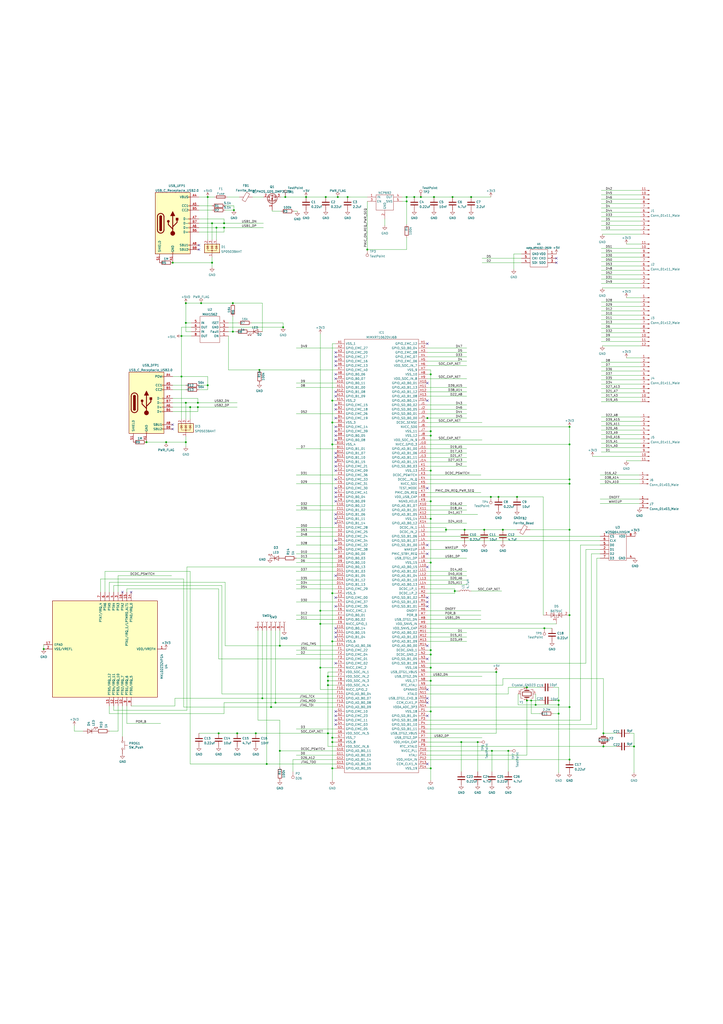
<source format=kicad_sch>
(kicad_sch (version 20231120) (generator "eeschema") (generator_version "8.0")
  (paper "A2" portrait)
  (title_block (title "Teensy 4.1 example design Kicad") (rev "v1.0") (comment 1 "just seq numbered. This makes the schematic quite clumsy, but it works nonetheless.") (comment 2 "SamacSys Library Loader and this is the Quality you'll get. No grouping of pins - ") (comment 3 "Yeah. I know the main MCU symbol is stupidly organized, but I got it from the "))
  (junction (at 190.5 397.51))
  (junction (at 107.95 175.895))
  (junction (at 330.835 247.65))
  (junction (at 190.5 394.97))
  (junction (at 330.835 257.81))
  (junction (at 350.52 425.45))
  (junction (at 120.65 114.3))
  (junction (at 193.04 245.11))
  (junction (at 100.33 152.4))
  (junction (at 162.56 374.65))
  (junction (at 135.255 192.405))
  (junction (at 137.795 425.45))
  (junction (at 186.055 361.95))
  (junction (at 213.36 144.78))
  (junction (at 193.04 430.53))
  (junction (at 324.485 408.94))
  (junction (at 107.95 187.325))
  (junction (at 295.275 435.61))
  (junction (at 368.3 433.07))
  (junction (at 264.16 342.9))
  (junction (at 292.1 307.34))
  (junction (at 165.735 114.3))
  (junction (at 186.055 387.35))
  (junction (at 324.485 414.02))
  (junction (at 288.29 389.89))
  (junction (at 250.19 394.97))
  (junction (at 236.22 116.84))
  (junction (at 285.115 288.29))
  (junction (at 250.19 290.83))
  (junction (at 289.56 288.29))
  (junction (at 300.355 288.29))
  (junction (at 277.495 430.53))
  (junction (at 193.04 427.99))
  (junction (at 193.04 257.81))
  (junction (at 250.19 250.19))
  (junction (at 250.19 273.05))
  (junction (at 193.04 445.77))
  (junction (at 127 425.45))
  (junction (at 193.04 372.11))
  (junction (at 123.19 129.54))
  (junction (at 125.73 132.08))
  (junction (at 285.75 435.61))
  (junction (at 116.84 175.895))
  (junction (at 250.19 379.73))
  (junction (at 308.61 406.4))
  (junction (at 105.41 194.945))
  (junction (at 252.095 114.3))
  (junction (at 250.19 445.77))
  (junction (at 114.935 233.68))
  (junction (at 186.055 354.33))
  (junction (at 135.89 121.92))
  (junction (at 154.94 443.23))
  (junction (at 193.04 344.17))
  (junction (at 105.41 218.44))
  (junction (at 324.485 406.4))
  (junction (at 330.835 440.69))
  (junction (at 160.02 407.67))
  (junction (at 330.835 356.87))
  (junction (at 162.56 435.61))
  (junction (at 248.285 242.57))
  (junction (at 114.935 236.22))
  (junction (at 306.07 406.4))
  (junction (at 269.875 307.34))
  (junction (at 123.19 152.4))
  (junction (at 107.95 256.54))
  (junction (at 190.5 425.45))
  (junction (at 164.465 189.865))
  (junction (at 273.685 114.3))
  (junction (at 107.95 233.68))
  (junction (at 330.835 280.67))
  (junction (at 250.19 387.35))
  (junction (at 201.93 114.3))
  (junction (at 130.175 129.54))
  (junction (at 130.175 132.08))
  (junction (at 306.07 398.78))
  (junction (at 150.698 214.63))
  (junction (at 250.19 377.19))
  (junction (at 25.4 376.555))
  (junction (at 316.23 364.49))
  (junction (at 311.15 408.94))
  (junction (at 350.52 433.07))
  (junction (at 250.19 252.73))
  (junction (at 236.22 114.3))
  (junction (at 240.665 114.3))
  (junction (at 262.89 114.3))
  (junction (at 330.835 278.13))
  (junction (at 244.475 114.3))
  (junction (at 267.97 430.53))
  (junction (at 250.19 412.75))
  (junction (at 85.09 256.54))
  (junction (at 152.4 405.13))
  (junction (at 177.8 114.3))
  (junction (at 250.19 217.17))
  (junction (at 250.19 326.39))
  (junction (at 193.04 232.41))
  (junction (at 330.835 307.34))
  (junction (at 281.305 307.34))
  (junction (at 196.215 114.3))
  (junction (at 110.49 236.22))
  (junction (at 330.835 410.21))
  (junction (at 157.48 410.21))
  (junction (at 120.65 223.52))
  (junction (at 96.52 256.54))
  (junction (at 189.23 114.3))
  (junction (at 250.19 300.99))
  (junction (at 259.08 307.34))
  (junction (at 148.59 425.45))
  (junction (at 135.255 175.895))
  (junction (at 190.5 392.43))
  (no_connect (at 248.285 349.25))
  (no_connect (at 248.285 443.23))
  (no_connect (at 248.285 405.13))
  (no_connect (at 76.2 343.535))
  (no_connect (at 115.57 142.24))
  (no_connect (at 248.285 382.27))
  (no_connect (at 115.57 144.78))
  (no_connect (at 323.215 149.86))
  (no_connect (at 323.215 152.4))
  (no_connect (at 248.285 407.67))
  (no_connect (at 248.285 415.29))
  (no_connect (at 71.12 343.535))
  (no_connect (at 248.285 321.31))
  (no_connect (at 248.285 400.05))
  (no_connect (at 194.945 204.47))
  (no_connect (at 194.945 207.01))
  (no_connect (at 194.945 209.55))
  (no_connect (at 194.945 212.09))
  (no_connect (at 194.945 217.17))
  (no_connect (at 194.945 219.71))
  (no_connect (at 194.945 227.33))
  (no_connect (at 194.945 229.87))
  (no_connect (at 194.945 234.95))
  (no_connect (at 194.945 237.49))
  (no_connect (at 194.945 242.57))
  (no_connect (at 194.945 247.65))
  (no_connect (at 194.945 250.19))
  (no_connect (at 194.945 252.73))
  (no_connect (at 194.945 255.27))
  (no_connect (at 194.945 262.89))
  (no_connect (at 194.945 265.43))
  (no_connect (at 194.945 267.97))
  (no_connect (at 194.945 270.51))
  (no_connect (at 194.945 273.05))
  (no_connect (at 194.945 278.13))
  (no_connect (at 194.945 283.21))
  (no_connect (at 194.945 285.75))
  (no_connect (at 194.945 288.29))
  (no_connect (at 194.945 290.83))
  (no_connect (at 194.945 298.45))
  (no_connect (at 194.945 300.99))
  (no_connect (at 194.945 303.53))
  (no_connect (at 194.945 313.69))
  (no_connect (at 194.945 318.77))
  (no_connect (at 194.945 334.01))
  (no_connect (at 194.945 346.71))
  (no_connect (at 194.945 351.79))
  (no_connect (at 194.945 364.49))
  (no_connect (at 194.945 367.03))
  (no_connect (at 194.945 369.57))
  (no_connect (at 194.945 384.81))
  (no_connect (at 194.945 412.75))
  (no_connect (at 194.945 415.29))
  (no_connect (at 194.945 417.83))
  (no_connect (at 194.945 420.37))
  (no_connect (at 248.285 199.39))
  (no_connect (at 248.285 222.25))
  (no_connect (at 248.285 232.41))
  (no_connect (at 248.285 283.21))
  (no_connect (at 248.285 316.23))
  (no_connect (at 248.285 346.71))
  (no_connect (at 248.285 374.65))
  (no_connect (at 248.285 351.79))
  (no_connect (at 100.33 248.92))
  (no_connect (at 100.33 246.38))
  (no_connect (at 248.285 328.93))
  (wire (pts (xy 248.285 397.51) (xy 292.1 397.51)))
  (wire (pts (xy 292.1 393.7) (xy 350.52 393.7)))
  (wire (pts (xy 292.1 397.51) (xy 292.1 393.7)))
  (wire (pts (xy 350.52 393.7) (xy 350.52 425.45)))
  (wire (pts (xy 349.25 161.925) (xy 372.11 161.925)))
  (wire (pts (xy 348.615 289.56) (xy 371.475 289.56)))
  (wire (pts (xy 170.18 440.69) (xy 194.945 440.69)))
  (wire (pts (xy 172.085 224.79) (xy 194.945 224.79)))
  (wire (pts (xy 250.19 445.77) (xy 248.285 445.77)))
  (wire (pts (xy 250.19 452.755) (xy 250.19 445.77)))
  (wire (pts (xy 324.485 406.4) (xy 324.485 408.94)))
  (wire (pts (xy 120.65 114.3) (xy 120.65 139.065)))
  (wire (pts (xy 250.19 300.99) (xy 248.285 300.99)))
  (wire (pts (xy 250.19 326.39) (xy 250.19 300.99)))
  (wire (pts (xy 349.25 115.57) (xy 372.11 115.57)))
  (wire (pts (xy 233.68 114.3) (xy 236.22 114.3)))
  (wire (pts (xy 248.285 285.75) (xy 279.4 285.75)))
  (wire (pts (xy 248.285 379.73) (xy 250.19 379.73)))
  (wire (pts (xy 105.41 194.945) (xy 111.125 194.945)))
  (wire (pts (xy 172.085 323.85) (xy 194.945 323.85)))
  (wire (pts (xy 120.65 223.52) (xy 120.65 226.06)))
  (wire (pts (xy 271.145 293.37) (xy 248.285 293.37)))
  (wire (pts (xy 172.085 379.73) (xy 194.945 379.73)))
  (wire (pts (xy 132.715 187.325) (xy 138.43 187.325)))
  (wire (pts (xy 271.145 240.03) (xy 248.285 240.03)))
  (wire (pts (xy 324.485 406.4) (xy 321.31 406.4)))
  (wire (pts (xy 324.485 398.78) (xy 324.485 406.4)))
  (wire (pts (xy 73.66 419.735) (xy 73.66 409.575)))
  (wire (pts (xy 193.04 245.11) (xy 194.945 245.11)))
  (wire (pts (xy 193.04 257.81) (xy 193.04 245.11)))
  (wire (pts (xy 350.52 433.07) (xy 358.14 433.07)))
  (wire (pts (xy 248.285 364.49) (xy 316.23 364.49)))
  (wire (pts (xy 316.23 364.49) (xy 320.675 364.49)))
  (wire (pts (xy 349.25 164.465) (xy 372.11 164.465)))
  (wire (pts (xy 349.25 233.045) (xy 372.11 233.045)))
  (wire (pts (xy 349.2605 113.03) (xy 372.11 113.03)))
  (wire (pts (xy 349.25 257.175) (xy 372.11 257.175)))
  (wire (pts (xy 165.735 114.3) (xy 163.195 114.3)))
  (wire (pts (xy 177.8 114.3) (xy 165.735 114.3)))
  (wire (pts (xy 101.6 405.13) (xy 101.6 409.575)))
  (wire (pts (xy 101.6 405.13) (xy 152.4 405.13)))
  (wire (pts (xy 101.6 409.575) (xy 76.2 409.575)))
  (wire (pts (xy 152.4 405.13) (xy 194.945 405.13)))
  (wire (pts (xy 350.52 425.45) (xy 358.14 425.45)))
  (wire (pts (xy 271.145 207.01) (xy 248.285 207.01)))
  (wire (pts (xy 349.25 125.73) (xy 372.11 125.73)))
  (wire (pts (xy 271.145 227.33) (xy 248.285 227.33)))
  (wire (pts (xy 248.285 356.87) (xy 279.4 356.87)))
  (wire (pts (xy 311.15 408.94) (xy 324.485 408.94)))
  (wire (pts (xy 172.085 201.93) (xy 194.945 201.93)))
  (wire (pts (xy 172.085 341.63) (xy 194.945 341.63)))
  (wire (pts (xy 130.175 129.54) (xy 153.035 129.54)))
  (wire (pts (xy 248.285 242.57) (xy 248.2745 242.57)))
  (wire (pts (xy 271.1345 242.57) (xy 248.285 242.57)))
  (wire (pts (xy 248.285 280.67) (xy 330.835 280.67)))
  (wire (pts (xy 105.41 218.44) (xy 105.41 243.205)))
  (wire (pts (xy 250.19 214.63) (xy 248.285 214.63)))
  (wire (pts (xy 250.19 217.17) (xy 250.19 214.63)))
  (wire (pts (xy 323.215 361.95) (xy 248.285 361.95)))
  (wire (pts (xy 330.835 307.34) (xy 330.835 356.87)))
  (wire (pts (xy 330.835 356.87) (xy 330.835 410.21)))
  (wire (pts (xy 324.485 414.02) (xy 324.485 408.94)))
  (wire (pts (xy 324.485 448.31) (xy 324.485 414.02)))
  (wire (pts (xy 25.4 374.015) (xy 25.4 376.555)))
  (wire (pts (xy 248.285 341.63) (xy 264.16 341.63)))
  (wire (pts (xy 264.16 341.63) (xy 264.16 342.9)))
  (wire (pts (xy 264.16 342.9) (xy 266.065 342.9)))
  (wire (pts (xy 349.25 144.145) (xy 372.11 144.145)))
  (wire (pts (xy 363.855 141.605) (xy 372.11 141.605)))
  (wire (pts (xy 100.33 218.44) (xy 105.41 218.44)))
  (wire (pts (xy 190.5 389.89) (xy 190.5 392.43)))
  (wire (pts (xy 271.145 295.91) (xy 248.285 295.91)))
  (wire (pts (xy 172.085 295.91) (xy 194.945 295.91)))
  (wire (pts (xy 250.19 387.35) (xy 248.285 387.35)))
  (wire (pts (xy 250.19 394.97) (xy 250.19 387.35)))
  (wire (pts (xy 277.495 430.53) (xy 267.97 430.53)))
  (wire (pts (xy 277.495 447.675) (xy 277.495 430.53)))
  (wire (pts (xy 248.285 255.27) (xy 280.035 255.27)))
  (wire (pts (xy 349.25 156.845) (xy 372.11 156.845)))
  (wire (pts (xy 349.25 254.635) (xy 372.11 254.635)))
  (wire (pts (xy 132.715 194.945) (xy 132.715 214.63)))
  (wire (pts (xy 271.145 229.87) (xy 248.285 229.87)))
  (wire (pts (xy 236.22 116.84) (xy 236.22 114.3)))
  (wire (pts (xy 271.145 334.01) (xy 248.285 334.01)))
  (wire (pts (xy 285.75 435.61) (xy 295.275 435.61)))
  (wire (pts (xy 295.275 435.61) (xy 295.275 447.675)))
  (wire (pts (xy 271.145 265.43) (xy 248.285 265.43)))
  (wire (pts (xy 107.95 175.895) (xy 107.95 187.325)))
  (wire (pts (xy 271.145 270.51) (xy 248.285 270.51)))
  (wire (pts (xy 271.145 336.55) (xy 248.285 336.55)))
  (wire (pts (xy 172.085 438.15) (xy 194.945 438.15)))
  (wire (pts (xy 115.57 226.06) (xy 120.65 226.06)))
  (wire (pts (xy 248.285 245.11) (xy 280.035 245.11)))
  (wire (pts (xy 107.95 233.68) (xy 107.95 243.205)))
  (wire (pts (xy 162.56 435.61) (xy 162.56 445.135)))
  (wire (pts (xy 349.25 180.34) (xy 372.11 180.34)))
  (wire (pts (xy 349.25 118.11) (xy 372.11 118.11)))
  (wire (pts (xy 66.04 343.535) (xy 66.04 339.725)))
  (wire (pts (xy 349.25 159.385) (xy 372.11 159.385)))
  (wire (pts (xy 190.5 392.43) (xy 190.5 394.97)))
  (wire (pts (xy 248.285 438.15) (xy 306.07 438.15)))
  (wire (pts (xy 306.07 438.15) (xy 306.07 406.4)))
  (wire (pts (xy 186.055 361.95) (xy 194.945 361.95)))
  (wire (pts (xy 172.085 280.67) (xy 194.945 280.67)))
  (wire (pts (xy 248.285 311.15) (xy 348.615 311.15)))
  (wire (pts (xy 349.25 244.475) (xy 372.11 244.475)))
  (wire (pts (xy 135.255 183.515) (xy 135.255 192.405)))
  (wire (pts (xy 248.285 275.59) (xy 279.4 275.59)))
  (wire (pts (xy 280.035 149.86) (xy 302.895 149.86)))
  (wire (pts (xy 100.33 231.14) (xy 114.935 231.14)))
  (wire (pts (xy 193.04 257.81) (xy 194.945 257.81)))
  (wire (pts (xy 193.04 344.17) (xy 193.04 257.81)))
  (wire (pts (xy 100.33 236.22) (xy 110.49 236.22)))
  (wire (pts (xy 172.085 316.23) (xy 194.945 316.23)))
  (wire (pts (xy 190.5 433.07) (xy 190.5 425.45)))
  (wire (pts (xy 194.945 433.07) (xy 190.5 433.07)))
  (wire (pts (xy 271.145 201.93) (xy 248.285 201.93)))
  (wire (pts (xy 248.285 417.83) (xy 337.185 417.83)))
  (wire (pts (xy 337.185 316.23) (xy 348.615 316.23)))
  (wire (pts (xy 337.185 417.83) (xy 337.185 316.23)))
  (wire (pts (xy 115.57 121.92) (xy 123.19 121.92)))
  (wire (pts (xy 372.11 120.65) (xy 349.25 120.65)))
  (wire (pts (xy 321.31 414.02) (xy 324.485 414.02)))
  (wire (pts (xy 115.57 119.38) (xy 123.19 119.38)))
  (wire (pts (xy 250.19 273.05) (xy 248.285 273.05)))
  (wire (pts (xy 250.19 290.83) (xy 250.19 273.05)))
  (wire (pts (xy 250.19 300.99) (xy 250.19 290.83)))
  (wire (pts (xy 132.715 189.865) (xy 164.465 189.865)))
  (wire (pts (xy 271.145 234.95) (xy 248.285 234.95)))
  (wire (pts (xy 250.19 252.73) (xy 248.285 252.73)))
  (wire (pts (xy 250.19 273.05) (xy 250.19 252.73)))
  (wire (pts (xy 71.12 409.575) (xy 71.12 427.355)))
  (wire (pts (xy 177.8 114.3) (xy 189.23 114.3)))
  (wire (pts (xy 201.93 114.3) (xy 213.36 114.3)))
  (wire (pts (xy 172.085 339.09) (xy 194.945 339.09)))
  (wire (pts (xy 330.835 278.13) (xy 248.285 278.13)))
  (wire (pts (xy 330.835 280.67) (xy 330.835 278.13)))
  (wire (pts (xy 330.835 307.34) (xy 330.835 280.67)))
  (wire (pts (xy 172.085 356.87) (xy 194.945 356.87)))
  (wire (pts (xy 172.085 306.07) (xy 194.945 306.07)))
  (wire (pts (xy 170.18 447.675) (xy 170.18 440.69)))
  (wire (pts (xy 190.5 394.97) (xy 194.945 394.97)))
  (wire (pts (xy 66.04 412.115) (xy 66.04 409.575)))
  (wire (pts (xy 108.585 328.93) (xy 108.585 412.115)))
  (wire (pts (xy 108.585 412.115) (xy 66.04 412.115)))
  (wire (pts (xy 194.945 328.93) (xy 108.585 328.93)))
  (wire (pts (xy 100.33 226.06) (xy 107.95 226.06)))
  (wire (pts (xy 349.25 222.885) (xy 372.11 222.885)))
  (wire (pts (xy 349.25 149.225) (xy 372.11 149.225)))
  (wire (pts (xy 349.25 220.345) (xy 372.11 220.345)))
  (wire (pts (xy 349.25 259.715) (xy 372.11 259.715)))
  (wire (pts (xy 295.275 398.78) (xy 295.275 402.59)))
  (wire (pts (xy 306.07 398.78) (xy 295.275 398.78)))
  (wire (pts (xy 193.04 430.53) (xy 193.04 427.99)))
  (wire (pts (xy 213.36 144.78) (xy 213.36 116.84)))
  (wire (pts (xy 100.33 223.52) (xy 107.95 223.52)))
  (wire (pts (xy 132.715 192.405) (xy 135.255 192.405)))
  (wire (pts (xy 135.255 192.405) (xy 137.16 192.405)))
  (wire (pts (xy 63.5 424.18) (xy 68.58 424.18)))
  (wire (pts (xy 58.42 335.915) (xy 58.42 343.535)))
  (wire (pts (xy 152.4 365.76) (xy 152.4 405.13)))
  (wire (pts (xy 271.145 369.57) (xy 248.285 369.57)))
  (wire (pts (xy 172.085 240.03) (xy 194.945 240.03)))
  (wire (pts (xy 349.885 200.66) (xy 372.11 200.66)))
  (wire (pts (xy 306.07 398.78) (xy 313.69 398.78)))
  (wire (pts (xy 189.23 114.3) (xy 196.215 114.3)))
  (wire (pts (xy 196.215 114.3) (xy 201.93 114.3)))
  (wire (pts (xy 172.085 260.35) (xy 194.945 260.35)))
  (wire (pts (xy 349.25 247.015) (xy 372.11 247.015)))
  (wire (pts (xy 273.685 342.9) (xy 291.465 342.9)))
  (wire (pts (xy 164.465 187.325) (xy 146.05 187.325)))
  (wire (pts (xy 164.465 189.865) (xy 164.465 187.325)))
  (wire (pts (xy 172.085 222.25) (xy 194.945 222.25)))
  (wire (pts (xy 349.25 262.255) (xy 372.11 262.255)))
  (wire (pts (xy 248.285 318.77) (xy 271.145 318.77)))
  (wire (pts (xy 114.935 233.68) (xy 137.795 233.68)))
  (wire (pts (xy 193.04 344.17) (xy 194.945 344.17)))
  (wire (pts (xy 193.04 372.11) (xy 193.04 344.17)))
  (wire (pts (xy 172.085 331.47) (xy 194.945 331.47)))
  (wire (pts (xy 348.615 280.67) (xy 371.475 280.67)))
  (wire (pts (xy 349.25 225.425) (xy 372.11 225.425)))
  (wire (pts (xy 123.19 129.54) (xy 123.19 139.065)))
  (wire (pts (xy 349.25 241.935) (xy 372.11 241.935)))
  (wire (pts (xy 172.085 308.61) (xy 194.945 308.61)))
  (wire (pts (xy 170.815 122.555) (xy 172.72 122.555)))
  (wire (pts (xy 344.17 264.795) (xy 372.11 264.795)))
  (wire (pts (xy 307.975 307.34) (xy 330.835 307.34)))
  (wire (pts (xy 123.19 149.225) (xy 123.19 152.4)))
  (wire (pts (xy 123.19 152.4) (xy 123.19 154.94)))
  (wire (pts (xy 137.795 425.45) (xy 148.59 425.45)))
  (wire (pts (xy 148.59 425.45) (xy 190.5 425.45)))
  (wire (pts (xy 365.76 425.45) (xy 368.3 425.45)))
  (wire (pts (xy 368.3 425.45) (xy 368.3 433.07)))
  (wire (pts (xy 368.3 433.07) (xy 368.3 448.31)))
  (wire (pts (xy 298.45 147.32) (xy 298.45 156.21)))
  (wire (pts (xy 302.895 147.32) (xy 298.45 147.32)))
  (wire (pts (xy 130.81 121.92) (xy 135.89 121.92)))
  (wire (pts (xy 190.5 397.51) (xy 194.945 397.51)))
  (wire (pts (xy 186.055 387.35) (xy 194.945 387.35)))
  (wire (pts (xy 193.04 430.53) (xy 193.04 445.77)))
  (wire (pts (xy 193.04 445.77) (xy 193.04 452.755)))
  (wire (pts (xy 349.25 182.88) (xy 372.11 182.88)))
  (wire (pts (xy 130.175 132.08) (xy 153.035 132.08)))
  (wire (pts (xy 349.25 193.04) (xy 372.11 193.04)))
  (wire (pts (xy 63.5 409.575) (xy 63.5 414.02)))
  (wire (pts (xy 63.5 414.02) (xy 130.175 414.02)))
  (wire (pts (xy 130.175 407.67) (xy 160.02 407.67)))
  (wire (pts (xy 130.175 414.02) (xy 130.175 407.67)))
  (wire (pts (xy 160.02 407.67) (xy 194.945 407.67)))
  (wire (pts (xy 172.085 275.59) (xy 194.945 275.59)))
  (wire (pts (xy 223.52 127) (xy 223.52 130.81)))
  (wire (pts (xy 271.145 262.89) (xy 248.285 262.89)))
  (wire (pts (xy 349.885 167.005) (xy 372.11 167.005)))
  (wire (pts (xy 105.41 218.44) (xy 120.65 218.44)))
  (wire (pts (xy 120.65 218.44) (xy 120.65 223.52)))
  (wire (pts (xy 193.04 372.11) (xy 193.04 427.99)))
  (wire (pts (xy 193.04 372.11) (xy 194.945 372.11)))
  (wire (pts (xy 349.25 123.19) (xy 372.11 123.19)))
  (wire (pts (xy 172.085 377.19) (xy 194.945 377.19)))
  (wire (pts (xy 349.25 151.765) (xy 372.11 151.765)))
  (wire (pts (xy 248.285 420.37) (xy 343.535 420.37)))
  (wire (pts (xy 343.535 321.31) (xy 348.615 321.31)))
  (wire (pts (xy 343.535 420.37) (xy 343.535 321.31)))
  (wire (pts (xy 349.25 215.265) (xy 372.11 215.265)))
  (wire (pts (xy 248.285 219.71) (xy 271.145 219.71)))
  (wire (pts (xy 158.115 121.92) (xy 158.115 122.555)))
  (wire (pts (xy 158.115 122.555) (xy 163.195 122.555)))
  (wire (pts (xy 250.19 250.19) (xy 248.285 250.19)))
  (wire (pts (xy 250.19 252.73) (xy 250.19 250.19)))
  (wire (pts (xy 248.285 212.09) (xy 271.145 212.09)))
  (wire (pts (xy 162.56 435.61) (xy 194.945 435.61)))
  (wire (pts (xy 43.18 424.18) (xy 43.18 421.005)))
  (wire (pts (xy 48.26 424.18) (xy 43.18 424.18)))
  (wire (pts (xy 250.19 326.39) (xy 248.285 326.39)))
  (wire (pts (xy 250.19 377.19) (xy 250.19 326.39)))
  (wire (pts (xy 250.19 379.73) (xy 250.19 377.19)))
  (wire (pts (xy 250.19 387.35) (xy 250.19 379.73)))
  (wire (pts (xy 250.19 412.75) (xy 248.285 412.75)))
  (wire (pts (xy 250.19 445.77) (xy 250.19 412.75)))
  (wire (pts (xy 193.04 445.77) (xy 194.945 445.77)))
  (wire (pts (xy 248.285 427.99) (xy 280.035 427.99)))
  (wire (pts (xy 248.285 354.33) (xy 279.4 354.33)))
  (wire (pts (xy 162.56 365.76) (xy 162.56 374.65)))
  (wire (pts (xy 306.07 406.4) (xy 308.61 406.4)))
  (wire (pts (xy 308.61 406.4) (xy 313.69 406.4)))
  (wire (pts (xy 348.615 275.59) (xy 371.475 275.59)))
  (wire (pts (xy 280.035 152.4) (xy 302.895 152.4)))
  (wire (pts (xy 132.08 114.3) (xy 139.065 114.3)))
  (wire (pts (xy 349.25 249.555) (xy 372.11 249.555)))
  (wire (pts (xy 172.085 326.39) (xy 194.945 326.39)))
  (wire (pts (xy 248.285 323.85) (xy 271.145 323.85)))
  (wire (pts (xy 300.99 402.59) (xy 300.99 408.94)))
  (wire (pts (xy 300.99 408.94) (xy 311.15 408.94)))
  (wire (pts (xy 311.15 408.94) (xy 311.15 402.59)))
  (wire (pts (xy 146.685 114.3) (xy 153.035 114.3)))
  (wire (pts (xy 365.76 433.07) (xy 368.3 433.07)))
  (wire (pts (xy 120.65 114.3) (xy 124.46 114.3)))
  (wire (pts (xy 115.57 114.3) (xy 120.65 114.3)))
  (wire (pts (xy 349.25 212.725) (xy 372.11 212.725)))
  (wire (pts (xy 107.95 175.895) (xy 116.84 175.895)))
  (wire (pts (xy 116.84 175.895) (xy 135.255 175.895)))
  (wire (pts (xy 114.935 236.22) (xy 137.795 236.22)))
  (wire (pts (xy 349.25 154.305) (xy 372.11 154.305)))
  (wire (pts (xy 248.285 308.61) (xy 259.08 308.61)))
  (wire (pts (xy 259.08 308.61) (xy 259.08 307.34)))
  (wire (pts (xy 371.475 292.1) (xy 348.615 292.1)))
  (wire (pts (xy 160.02 365.76) (xy 160.02 407.67)))
  (wire (pts (xy 271.145 224.79) (xy 248.285 224.79)))
  (wire (pts (xy 107.95 256.54) (xy 107.95 259.08)))
  (wire (pts (xy 250.19 394.97) (xy 248.285 394.97)))
  (wire (pts (xy 250.19 412.75) (xy 250.19 394.97)))
  (wire (pts (xy 100.33 233.68) (xy 107.95 233.68)))
  (wire (pts (xy 250.19 217.17) (xy 248.285 217.17)))
  (wire (pts (xy 250.19 250.19) (xy 250.19 217.17)))
  (wire (pts (xy 114.935 231.14) (xy 114.935 233.68)))
  (wire (pts (xy 349.25 227.965) (xy 372.11 227.965)))
  (wire (pts (xy 110.49 236.22) (xy 110.49 243.205)))
  (wire (pts (xy 248.285 344.17) (xy 264.16 344.17)))
  (wire (pts (xy 264.16 344.17) (xy 264.16 342.9)))
  (wire (pts (xy 236.22 114.3) (xy 240.665 114.3)))
  (wire (pts (xy 240.665 114.3) (xy 244.475 114.3)))
  (wire (pts (xy 244.475 114.3) (xy 252.095 114.3)))
  (wire (pts (xy 252.095 114.3) (xy 262.89 114.3)))
  (wire (pts (xy 273.685 114.3) (xy 285.115 114.3)))
  (wire (pts (xy 248.285 384.81) (xy 340.36 384.81)))
  (wire (pts (xy 340.36 318.77) (xy 348.615 318.77)))
  (wire (pts (xy 340.36 384.81) (xy 340.36 318.77)))
  (wire (pts (xy 193.04 199.39) (xy 194.945 199.39)))
  (wire (pts (xy 193.04 232.41) (xy 193.04 199.39)))
  (wire (pts (xy 271.145 339.09) (xy 248.285 339.09)))
  (wire (pts (xy 349.25 133.35) (xy 372.11 133.35)))
  (wire (pts (xy 172.085 336.55) (xy 194.945 336.55)))
  (wire (pts (xy 349.25 230.505) (xy 372.11 230.505)))
  (wire (pts (xy 233.68 116.84) (xy 236.22 116.84)))
  (wire (pts (xy 349.25 252.095) (xy 372.11 252.095)))
  (wire (pts (xy 248.285 298.45) (xy 277.495 298.45)))
  (wire (pts (xy 288.29 389.89) (xy 288.29 425.45)))
  (wire (pts (xy 248.285 288.29) (xy 285.115 288.29)))
  (wire (pts (xy 285.115 288.29) (xy 289.56 288.29)))
  (wire (pts (xy 289.56 288.29) (xy 300.355 288.29)))
  (wire (pts (xy 271.145 372.11) (xy 248.285 372.11)))
  (wire (pts (xy 107.95 187.325) (xy 111.125 187.325)))
  (wire (pts (xy 107.95 192.405) (xy 107.95 187.325)))
  (wire (pts (xy 111.125 192.405) (xy 107.95 192.405)))
  (wire (pts (xy 172.085 359.41) (xy 194.945 359.41)))
  (wire (pts (xy 349.25 185.42) (xy 372.11 185.42)))
  (wire (pts (xy 132.715 214.63) (xy 150.698 214.63)))
  (wire (pts (xy 150.698 214.63) (xy 194.945 214.63)))
  (wire (pts (xy 300.355 288.29) (xy 315.595 288.29)))
  (wire (pts (xy 315.595 288.29) (xy 315.595 356.87)))
  (wire (pts (xy 100.33 152.4) (xy 123.19 152.4)))
  (wire (pts (xy 127 425.45) (xy 115.57 425.45)))
  (wire (pts (xy 137.795 425.45) (xy 127 425.45)))
  (wire (pts (xy 190.5 425.45) (xy 194.945 425.45)))
  (wire (pts (xy 349.25 130.81) (xy 372.11 130.81)))
  (wire (pts (xy 349.25 210.185) (xy 372.11 210.185)))
  (wire (pts (xy 271.145 303.53) (xy 248.285 303.53)))
  (wire (pts (xy 248.285 306.07) (xy 259.08 306.07)))
  (wire (pts (xy 259.08 306.07) (xy 259.08 307.34)))
  (wire (pts (xy 259.08 307.34) (xy 269.875 307.34)))
  (wire (pts (xy 269.875 307.34) (xy 281.305 307.34)))
  (wire (pts (xy 281.305 307.34) (xy 292.1 307.34)))
  (wire (pts (xy 292.1 307.34) (xy 300.355 307.34)))
  (wire (pts (xy 248.285 247.65) (xy 330.835 247.65)))
  (wire (pts (xy 330.835 247.65) (xy 330.835 257.81)))
  (wire (pts (xy 330.835 257.81) (xy 330.835 278.13)))
  (wire (pts (xy 73.66 341.63) (xy 73.66 343.535)))
  (wire (pts (xy 127 341.63) (xy 73.66 341.63)))
  (wire (pts (xy 127 382.27) (xy 127 341.63)))
  (wire (pts (xy 194.945 382.27) (xy 127 382.27)))
  (wire (pts (xy 271.145 267.97) (xy 248.285 267.97)))
  (wire (pts (xy 349.25 198.12) (xy 372.11 198.12)))
  (wire (pts (xy 271.145 367.03) (xy 248.285 367.03)))
  (wire (pts (xy 248.285 290.83) (xy 250.19 290.83)))
  (wire (pts (xy 130.81 374.65) (xy 130.81 337.82)))
  (wire (pts (xy 130.81 374.65) (xy 162.56 374.65)))
  (wire (pts (xy 162.56 374.65) (xy 194.945 374.65)))
  (wire (pts (xy 236.22 137.795) (xy 236.22 144.78)))
  (wire (pts (xy 236.22 144.78) (xy 213.36 144.78)))
  (wire (pts (xy 172.085 293.37) (xy 194.945 293.37)))
  (wire (pts (xy 271.145 204.47) (xy 248.285 204.47)))
  (wire (pts (xy 135.255 175.895) (xy 152.4 175.895)))
  (wire (pts (xy 152.4 175.895) (xy 152.4 192.405)))
  (wire (pts (xy 349.25 217.805) (xy 372.11 217.805)))
  (wire (pts (xy 349.25 190.5) (xy 372.11 190.5)))
  (wire (pts (xy 128.905 402.59) (xy 128.905 339.725)))
  (wire (pts (xy 194.945 402.59) (xy 128.905 402.59)))
  (wire (pts (xy 248.285 430.53) (xy 267.97 430.53)))
  (wire (pts (xy 267.97 430.53) (xy 267.97 447.675)))
  (wire (pts (xy 248.285 389.89) (xy 288.29 389.89)))
  (wire (pts (xy 100.33 238.76) (xy 114.935 238.76)))
  (wire (pts (xy 248.285 359.41) (xy 279.4 359.41)))
  (wire (pts (xy 349.25 177.8) (xy 372.11 177.8)))
  (wire (pts (xy 349.25 187.96) (xy 372.11 187.96)))
  (wire (pts (xy 349.25 128.27) (xy 372.11 128.27)))
  (wire (pts (xy 194.945 389.89) (xy 190.5 389.89)))
  (wire (pts (xy 349.25 175.26) (xy 372.11 175.26)))
  (wire (pts (xy 248.285 435.61) (xy 285.75 435.61)))
  (wire (pts (xy 285.75 435.61) (xy 285.75 447.675)))
  (wire (pts (xy 172.085 321.31) (xy 194.945 321.31)))
  (wire (pts (xy 248.285 422.91) (xy 346.71 422.91)))
  (wire (pts (xy 346.71 323.85) (xy 348.615 323.85)))
  (wire (pts (xy 346.71 422.91) (xy 346.71 323.85)))
  (wire (pts (xy 248.285 257.81) (xy 330.835 257.81)))
  (wire (pts (xy 105.41 189.865) (xy 111.125 189.865)))
  (wire (pts (xy 105.41 194.945) (xy 105.41 189.865)))
  (wire (pts (xy 105.41 194.945) (xy 105.41 218.44)))
  (wire (pts (xy 248.285 425.45) (xy 288.29 425.45)))
  (wire (pts (xy 248.285 313.69) (xy 348.615 313.69)))
  (wire (pts (xy 190.5 392.43) (xy 194.945 392.43)))
  (wire (pts (xy 248.285 392.43) (xy 280.035 392.43)))
  (wire (pts (xy 349.885 135.89) (xy 372.11 135.89)))
  (wire (pts (xy 130.81 119.38) (xy 135.89 119.38)))
  (wire (pts (xy 135.89 119.38) (xy 135.89 121.92)))
  (wire (pts (xy 107.95 253.365) (xy 107.95 256.54)))
  (wire (pts (xy 114.935 238.76) (xy 114.935 236.22)))
  (wire (pts (xy 115.57 223.52) (xy 120.65 223.52)))
  (wire (pts (xy 107.95 233.68) (xy 114.935 233.68)))
  (wire (pts (xy 115.57 134.62) (xy 130.175 134.62)))
  (wire (pts (xy 130.175 134.62) (xy 130.175 132.08)))
  (wire (pts (xy 68.58 334.01) (xy 99.695 334.01)))
  (wire (pts (xy 68.58 343.535) (xy 68.58 334.01)))
  (wire (pts (xy 172.085 422.91) (xy 194.945 422.91)))
  (wire (pts (xy 349.25 146.685) (xy 372.11 146.685)))
  (wire (pts (xy 157.48 365.76) (xy 157.48 410.21)))
  (wire (pts (xy 248.285 402.59) (xy 295.275 402.59)))
  (wire (pts (xy 193.04 232.41) (xy 194.945 232.41)))
  (wire (pts (xy 193.04 245.11) (xy 193.04 232.41)))
  (wire (pts (xy 363.855 207.645) (xy 372.11 207.645)))
  (wire (pts (xy 248.285 377.19) (xy 250.19 377.19)))
  (wire (pts (xy 63.5 337.82) (xy 63.5 343.535)))
  (wire (pts (xy 63.5 337.82) (xy 130.81 337.82)))
  (wire (pts (xy 172.085 311.15) (xy 194.945 311.15)))
  (wire (pts (xy 363.855 267.335) (xy 372.11 267.335)))
  (wire (pts (xy 73.66 419.735) (xy 93.345 419.735)))
  (wire (pts (xy 58.42 335.915) (xy 106.68 335.915)))
  (wire (pts (xy 106.68 335.915) (xy 106.68 410.21)))
  (wire (pts (xy 106.68 410.21) (xy 157.48 410.21)))
  (wire (pts (xy 157.48 410.21) (xy 194.945 410.21)))
  (wire (pts (xy 190.5 394.97) (xy 190.5 397.51)))
  (wire (pts (xy 271.145 237.49) (xy 248.285 237.49)))
  (wire (pts (xy 308.61 414.02) (xy 308.61 406.4)))
  (wire (pts (xy 313.69 414.02) (xy 308.61 414.02)))
  (wire (pts (xy 271.145 209.55) (xy 248.285 209.55)))
  (wire (pts (xy 110.49 236.22) (xy 114.935 236.22)))
  (wire (pts (xy 348.615 278.13) (xy 371.475 278.13)))
  (wire (pts (xy 115.57 132.08) (xy 125.73 132.08)))
  (wire (pts (xy 125.73 132.08) (xy 130.175 132.08)))
  (wire (pts (xy 172.085 349.25) (xy 194.945 349.25)))
  (wire (pts (xy 190.5 397.51) (xy 190.5 425.45)))
  (wire (pts (xy 193.04 427.99) (xy 194.945 427.99)))
  (wire (pts (xy 248.285 433.07) (xy 350.52 433.07)))
  (wire (pts (xy 60.96 331.47) (xy 110.49 331.47)))
  (wire (pts (xy 60.96 343.535) (xy 60.96 331.47)))
  (wire (pts (xy 110.49 331.47) (xy 110.49 443.23)))
  (wire (pts (xy 110.49 443.23) (xy 154.94 443.23)))
  (wire (pts (xy 154.94 443.23) (xy 194.945 443.23)))
  (wire (pts (xy 68.58 409.575) (xy 68.58 424.18)))
  (wire (pts (xy 193.04 430.53) (xy 194.945 430.53)))
  (wire (pts (xy 271.145 260.35) (xy 248.285 260.35)))
  (wire (pts (xy 115.57 127) (xy 130.175 127)))
  (wire (pts (xy 115.57 129.54) (xy 123.19 129.54)))
  (wire (pts (xy 123.19 129.54) (xy 130.175 129.54)))
  (wire (pts (xy 130.175 127) (xy 130.175 129.54)))
  (wire (pts (xy 349.25 195.58) (xy 372.11 195.58)))
  (wire (pts (xy 363.855 172.72) (xy 372.11 172.72)))
  (wire (pts (xy 248.285 440.69) (xy 330.835 440.69)))
  (wire (pts (xy 330.835 440.69) (xy 330.835 410.21)))
  (wire (pts (xy 125.73 132.08) (xy 125.73 139.065)))
  (wire (pts (xy 186.055 193.675) (xy 186.055 354.33)))
  (wire (pts (xy 186.055 354.33) (xy 186.055 361.95)))
  (wire (pts (xy 186.055 361.95) (xy 186.055 387.35)))
  (wire (pts (xy 186.055 387.35) (xy 186.055 400.05)))
  (wire (pts (xy 186.055 400.05) (xy 194.945 400.05)))
  (wire (pts (xy 66.04 339.725) (xy 128.905 339.725)))
  (wire (pts (xy 85.09 256.54) (xy 96.52 256.54)))
  (wire (pts (xy 96.52 256.54) (xy 107.95 256.54)))
  (wire (pts (xy 262.89 114.3) (xy 273.685 114.3)))
  (wire (pts (xy 349.25 110.49) (xy 372.11 110.49)))
  (wire (pts (xy 324.485 398.78) (xy 321.31 398.78)))
  (wire (pts (xy 186.055 354.33) (xy 194.945 354.33)))
  (wire (pts (xy 154.94 365.76) (xy 154.94 443.23)))
  (wire (pts (xy 236.22 116.84) (xy 236.22 130.175)))
  (wire (pts (xy 248.285 410.21) (xy 330.835 410.21)))
  (wire (pts (xy 149.86 365.76) (xy 149.86 417.83)))
  (wire (pts (xy 162.56 417.83) (xy 149.86 417.83)))
  (wire (pts (xy 162.56 435.61) (xy 162.56 417.83)))
  (wire (pts (xy 271.145 331.47) (xy 248.285 331.47)))
  (label "D30" (at 174.625 349.25 0))
  (label "D27_A13" (at 268.605 267.97 180))
  (label "D23_A9" (at 268.605 372.11 180))
  (label "D12" (at 174.625 356.87 0))
  (label "D50" (at 351.79 151.765 0))
  (label "D36" (at 174.625 295.91 0))
  (label "JTAG_TCK" (at 173.99 405.13 0))
  (label "SOC_CAP_NET" (at 254.635 212.09 0))
  (label "D13" (at 351.79 187.96 0))
  (label "D11" (at 351.79 185.42 0))
  (label "D37" (at 351.79 217.805 0))
  (label "D20_A6" (at 268.605 336.55 180))
  (label "D11" (at 174.625 359.41 0))
  (label "D38_A14" (at 351.155 278.13 0))
  (label "D45" (at 351.79 113.03 0))
  (label "D53" (at 351.79 154.305 0))
  (label "POR_B" (at 78.74 419.735 0))
  (label "D33" (at 268.605 207.01 180))
  (label "D48" (at 351.79 156.845 0))
  (label "D5" (at 268.605 204.47 180))
  (label "D10" (at 351.79 182.88 0))
  (label "D34" (at 174.625 339.09 0))
  (label "D25_A11" (at 351.79 247.015 0))
  (label "D6" (at 351.79 190.5 0))
  (label "D32" (at 351.79 193.04 0))
  (label "D18_A4" (at 268.605 295.91 180))
  (label "SOC_CAP_NET" (at 254.635 219.71 0))
  (label "D6" (at 174.625 326.39 0))
  (label "D19_A5" (at 268.605 260.35 180))
  (label "USB2_DN" (at 251.46 392.43 0))
  (label "D26_A12" (at 174.625 440.69 0))
  (label "D42" (at 351.79 110.49 0))
  (label "D16_A2" (at 268.605 293.37 180))
  (label "D12" (at 351.79 180.34 0))
  (label "D54" (at 351.79 146.685 0))
  (label "D16_A2" (at 351.155 275.59 0))
  (label "D41_A17" (at 268.605 298.45 180))
  (label "D31" (at 174.625 275.59 0))
  (label "D40_A16" (at 351.79 254.635 0))
  (label "D35" (at 351.79 220.345 0))
  (label "SOC_CAP_NET" (at 254.635 255.27 0))
  (label "D14_A0" (at 268.605 331.47 180))
  (label "D15_A1" (at 268.605 369.57 180))
  (label "D2" (at 351.79 130.81 0))
  (label "D5" (at 351.79 128.27 0))
  (label "D2" (at 174.625 379.73 0))
  (label "D19_A5" (at 351.79 233.045 0))
  (label "D34" (at 351.79 222.885 0))
  (label "D53" (at 174.625 308.61 0))
  (label "D44" (at 351.79 123.19 0))
  (label "USB1_DN" (at 140.335 129.54 0))
  (label "D0" (at 174.625 438.15 0))
  (label "D39_A15" (at 351.79 244.475 0))
  (label "D21_A7" (at 351.79 227.965 0))
  (label "D5" (at 282.575 149.86 0))
  (label "D8" (at 174.625 224.79 0))
  (label "D10" (at 174.625 321.31 0))
  (label "D37" (at 174.625 331.47 0))
  (label "D21_A7" (at 268.605 265.43 180))
  (label "D42" (at 268.605 270.51 180))
  (label "D1" (at 268.605 367.03 180))
  (label "D2" (at 282.575 152.4 0))
  (label "USB1_DP" (at 140.335 132.08 0))
  (label "D33" (at 351.79 125.73 0))
  (label "D51" (at 351.79 144.145 0))
  (label "D20_A6" (at 351.79 249.555 0))
  (label "D24_A10" (at 351.155 280.67 0))
  (label "D23_A9" (at 351.79 252.095 0))
  (label "D32" (at 174.625 293.37 0))
  (label "D14_A0" (at 351.79 259.715 0))
  (label "D17_A3" (at 268.605 262.89 180))
  (label "DCDC_PSWITCH" (at 75.565 334.01 0))
  (label "D29" (at 174.625 280.67 0))
  (label "D9" (at 351.79 195.58 0))
  (label "D28" (at 351.79 175.26 0))
  (label "D36" (at 351.79 215.265 0))
  (label "D46" (at 351.79 115.57 0))
  (label "POR_B" (at 258.445 356.87 0))
  (label "D49" (at 351.79 164.465 0))
  (label "D52" (at 174.625 240.03 0))
  (label "USB1_DP" (at 258.445 323.85 0))
  (label "D39_A15" (at 268.605 224.79 180))
  (label "SOC_CAP_NET" (at 174.625 425.45 0))
  (label "D30" (at 351.79 149.225 0))
  (label "SOC_CAP_NET" (at 254.635 245.11 0))
  (label "WAKEUP" (at 258.445 318.77 0))
  (label "D45" (at 268.5945 242.57 180))
  (label "WAKEUP" (at 361.315 292.1 180))
  (label "D4" (at 268.605 209.55 180))
  (label "ONOFF" (at 353.695 289.56 0))
  (label "D15_A1" (at 351.79 257.175 0))
  (label "D50" (at 174.625 306.07 0))
  (label "USB2_DP" (at 252.095 427.99 0))
  (label "D13" (at 174.625 323.85 0))
  (label "D40_A16" (at 268.605 334.01 180))
  (label "ONOFF" (at 258.445 354.33 0))
  (label "D9" (at 174.625 222.25 0))
  (label "D43" (at 268.605 234.95 180))
  (label "D3" (at 351.79 133.35 0))
  (label "JTAG_MOD" (at 173.99 407.67 0))
  (label "D47" (at 268.605 201.93 180))
  (label "D0" (at 351.79 198.12 0))
  (label "D48" (at 174.625 311.15 0))
  (label "D22_A8" (at 351.79 241.935 0))
  (label "D43" (at 351.79 118.11 0))
  (label "D4" (at 351.79 120.65 0))
  (label "D3" (at 174.625 422.91 0))
  (label "D22_A8" (at 268.605 229.87 180))
  (label "D24_A10" (at 268.605 303.53 180))
  (label "D28" (at 174.625 316.23 0))
  (label "DCDC_PSWITCH" (at 258.445 275.59 0))
  (label "USB2_DP" (at 124.46 236.22 0))
  (label "SOC_CAP_NET" (at 277.495 342.9 0))
  (label "D46" (at 268.605 237.49 180))
  (label "D1" (at 351.79 262.255 0))
  (label "D27_A13" (at 351.79 225.425 0))
  (label "D7" (at 351.79 212.725 0))
  (label "D52" (at 351.79 159.385 0))
  (label "JTAG_TMS" (at 174.625 374.65 0))
  (label "USB1_DN" (at 258.445 359.41 0))
  (label "JTAG_TDO" (at 174.625 443.23 0))
  (label "D35" (at 174.625 336.55 0))
  (label "D8" (at 351.79 210.185 0))
  (label "USB2_DN" (at 124.46 233.68 0))
  (label "DCDC_PSWITCH" (at 174.625 435.61 0))
  (label "D44" (at 268.605 240.03 180))
  (label "D17_A3" (at 351.79 230.505 0))
  (label "JTAG_TDI" (at 173.99 410.21 0))
  (label "D49" (at 174.625 201.93 0))
  (label "PMIC_ON_REQ_PWR_SEQ" (at 252.73 285.75 0))
  (label "D25_A11" (at 268.605 339.09 180))
  (label "PMIC_ON_REQ_PWR_SEQ" (at 213.36 143.51 90))
  (label "D54" (at 174.625 341.63 0))
  (label "D7" (at 174.625 260.35 0))
  (label "D51" (at 174.625 377.19 0))
  (label "D38_A14" (at 268.605 227.33 180))
  (label "D29" (at 351.79 177.8 0))
  (label "D31" (at 351.79 161.925 0))
  (symbol (lib_id "Device:R") (at 135.255 179.705 0) (unit 1)
    (property "Reference" "R6" (at 135.3525 180.975 90))
    (property "Value" "16k" (at 133.0476 179.705 90))
    (property "Footprint" "Resistor_SMD:R_0603_1608Metric" (effects (hide yes)))
    (property "MFGR" "Jellybean" (effects (hide yes)))
  )
  (symbol (lib_id "power:GND") (at 156.845 323.85 0) (mirror y) (unit 1)
    (property "Reference" "#PWR0141" (effects (hide yes)))
    (property "Value" "GND" (at 152.4 324.6024 0))
  )
  (symbol (lib_id "Power_Protection:SP0503BAHT") (at 107.95 248.285 0) (unit 1)
    (property "Reference" "Di3" (at 113.157 247.3765 0) (effects (justify left)))
    (property "Value" "SP0503BAHT" (at 113.157 250.1516 0) (effects (justify left)))
    (property "Footprint" "Package_TO_SOT_SMD:SOT-143" (effects (hide yes)))
    (property "Datasheet" "http://www.littelfuse.com/~/media/files/littelfuse/technical%20resources/documents/data%20sheets/sp05xxba.pdf" (effects (hide yes)))
  )
  (symbol (lib_id "power:+3V3") (at 285.115 114.3 0) (unit 1)
    (property "Reference" "#PWR0117" (effects (hide yes)))
    (property "Value" "+3V3" (at 285.115 110.6955 0))
  )
  (symbol (lib_id "power:GND") (at 281.305 314.96 0) (unit 1)
    (property "Reference" "#PWR0137" (effects (hide yes)))
    (property "Value" "GND" (at 281.305 319.5224 0))
  )
  (symbol (lib_id "APA102:opto_APA102-2020") (at 313.055 149.86 0) (unit 1)
    (property "Reference" "U1" (at 313.055 141.5617 0) (effects (font (size 0.9906 0.9906))))
    (property "Value" "opto_APA102-2020" (at 313.055 143.782 0) (effects (font (size 0.9906 0.9906))))
    (property "Footprint" "USB-C-Power-tester:APA102-2020" (effects (hide yes)))
  )
  (symbol (lib_id "Device:C") (at 273.685 118.11 0) (unit 1)
    (property "Reference" "C7" (at 276.606 117.2015 0) (effects (justify left)))
    (property "Value" "2.2uf" (at 276.606 119.9766 0) (effects (justify left)))
    (property "Footprint" "Capacitor_SMD:C_0603_1608Metric" (effects (hide yes)))
    (property "MFGR" "Jellybean (X7R or better)" (effects (hide yes)))
    (property "MPN" "CL10B225KP8NNNC" (effects (hide yes)))
  )
  (symbol (lib_id "power:GND") (at 273.685 121.92 0) (unit 1)
    (property "Reference" "#PWR0111" (effects (hide yes)))
    (property "Value" "GND" (at 273.685 126.4824 0))
  )
  (symbol (lib_id "power:PWR_FLAG") (at 96.52 256.54 180) (unit 1)
    (property "Reference" "#FLG0101" (effects (hide yes)))
    (property "Value" "PWR_FLAG" (at 96.52 261.1024 0))
  )
  (symbol (lib_id "Connector:TestPoint") (at 316.23 364.49 180) (unit 1)
    (property "Reference" "TP5" (at 314.833 367.4305 0) (effects (justify left)))
    (property "Value" "TestPoint" (at 315.468 369.7354 0) (effects (justify left)))
    (property "Footprint" "TestPoint:TestPoint_Pad_D1.0mm" (effects (hide yes)))
  )
  (symbol (lib_id "Connector:Conn_01x03_Male") (at 376.555 292.1 0) (mirror y) (unit 1)
    (property "Reference" "J7" (at 377.2662 292.4615 0) (effects (justify right)))
    (property "Value" "Conn_01x03_Male" (at 377.2662 295.2366 0) (effects (justify right)))
    (property "Footprint" "Connector_PinHeader_2.54mm:PinHeader_1x03_P2.54mm_Vertical" (effects (hide yes)))
  )
  (symbol (lib_id "power:+5V") (at 177.8 114.3 0) (unit 1)
    (property "Reference" "#PWR0102" (effects (hide yes)))
    (property "Value" "+5V" (at 177.8 110.6955 0))
  )
  (symbol (lib_id "Device:C") (at 269.875 311.15 0) (unit 1)
    (property "Reference" "C10" (at 272.796 310.2415 0) (effects (justify left)))
    (property "Value" "0.22uf" (at 272.796 313.0166 0) (effects (justify left)))
    (property "Footprint" "Capacitor_SMD:C_0603_1608Metric" (effects (hide yes)))
    (property "MFGR" "Jellybean (X7R or better)" (effects (hide yes)))
    (property "MPN" "CC0603KRX7R6BB224" (effects (hide yes)))
  )
  (symbol (lib_id "power:GND") (at 300.355 295.91 0) (unit 1)
    (property "Reference" "#PWR0132" (effects (hide yes)))
    (property "Value" "GND" (at 300.355 300.4724 0))
  )
  (symbol (lib_id "Device:Crystal") (at 350.52 429.26 90) (unit 1)
    (property "Reference" "Y2" (at 353.8474 428.3515 90) (effects (justify right)))
    (property "Value" "Crystal" (at 347.4974 429.2216 90) (effects (justify right)))
    (property "Footprint" "Crystal:Crystal_SMD_2012-2Pin_2.0x1.2mm" (effects (hide yes)))
    (property "MFGR" "Abracon" (effects (hide yes)))
    (property "MPN" "ABS06-32.768KHZ-9-1-T" (effects (hide yes)))
  )
  (symbol (lib_id "Device:C") (at 289.56 292.1 0) (unit 1)
    (property "Reference" "C8" (at 292.481 291.1915 0) (effects (justify left)))
    (property "Value" "0.22uf" (at 292.481 293.9666 0) (effects (justify left)))
    (property "Footprint" "Capacitor_SMD:C_0603_1608Metric" (effects (hide yes)))
    (property "MFGR" "Jellybean (X7R or better)" (effects (hide yes)))
    (property "MPN" "CC0603KRX7R6BB224" (effects (hide yes)))
  )
  (symbol (lib_id "power:+3V3") (at 363.855 141.605 0) (unit 1)
    (property "Reference" "#PWR0159" (effects (hide yes)))
    (property "Value" "+3V3" (at 363.855 138.0005 0))
  )
  (symbol (lib_id "Device:R") (at 168.275 323.85 270) (unit 1)
    (property "Reference" "R14" (at 167.3665 322.072 0) (effects (justify right)))
    (property "Value" "1k" (at 170.1416 322.072 0) (effects (justify right)))
    (property "Footprint" "Resistor_SMD:R_0402_1005Metric" (effects (hide yes)))
  )
  (symbol (lib_id "Device:Ferrite_Bead") (at 142.875 114.3 90) (unit 1)
    (property "Reference" "FB1" (at 142.875 107.6919 90))
    (property "Value" "Ferrite_Bead" (at 142.875 110.467 90))
    (property "Footprint" "Resistor_SMD:R_0805_2012Metric" (effects (hide yes)))
    (property "MFGR" "Taiyo Yuden" (effects (hide yes)))
    (property "MPN" "FBMH2012HM121-T‎" (effects (hide yes)))
  )
  (symbol (lib_id "Device:R") (at 59.69 424.18 270) (unit 1)
    (property "Reference" "R10" (at 58.7815 422.402 0) (effects (justify right)))
    (property "Value" "1k" (at 61.5566 422.402 0) (effects (justify right)))
    (property "Footprint" "Resistor_SMD:R_0402_1005Metric" (effects (hide yes)))
  )
  (symbol (lib_id "power:GND") (at 330.835 448.31 0) (unit 1)
    (property "Reference" "#PWR0135" (effects (hide yes)))
    (property "Value" "GND" (at 330.835 452.8724 0))
  )
  (symbol (lib_id "Connector:USB_C_Receptacle_USB2.0") (at 100.33 129.54 0) (unit 1)
    (property "Reference" "USB_UFP1" (at 102.8065 107.7934 0))
    (property "Value" "USB_C_Receptacle_USB2.0" (at 102.8065 110.5685 0))
    (property "Footprint" "USB-C-Power-tester:TYPE-C-31-M-14" (effects (hide yes)))
    (property "Datasheet" "https://www.usb.org/sites/default/files/documents/usb_type-c.zip" (effects (hide yes)))
  )
  (symbol (lib_id "Device:C") (at 177.8 118.11 0) (unit 1)
    (property "Reference" "C1" (at 180.721 117.2015 0) (effects (justify left)))
    (property "Value" "0.22uf" (at 180.721 119.9766 0) (effects (justify left)))
    (property "Footprint" "Capacitor_SMD:C_0603_1608Metric" (effects (hide yes)))
    (property "MFGR" "Jellybean (X7R or better)" (effects (hide yes)))
    (property "MPN" "CC0603KRX7R6BB224" (effects (hide yes)))
  )
  (symbol (lib_id "power:+5V") (at 323.215 147.32 0) (unit 1)
    (property "Reference" "#PWR0143" (effects (hide yes)))
    (property "Value" "+5V" (at 323.215 143.7155 0))
  )
  (symbol (lib_id "power:GND") (at 25.4 376.555 0) (mirror y) (unit 1)
    (property "Reference" "#PWR0127" (effects (hide yes)))
    (property "Value" "GND" (at 25.4 381.1174 0))
  )
  (symbol (lib_id "power:GND") (at 277.495 455.295 0) (unit 1)
    (property "Reference" "#PWR0146" (effects (hide yes)))
    (property "Value" "GND" (at 277.495 459.8574 0))
  )
  (symbol (lib_id "Device:R") (at 96.52 152.4 270) (unit 1)
    (property "Reference" "R5" (at 95.25 152.4975 90))
    (property "Value" "1M" (at 96.52 150.1926 90))
    (property "Footprint" "Resistor_SMD:R_0603_1608Metric" (effects (hide yes)))
  )
  (symbol (lib_id "power:GND") (at 349.885 200.66 0) (unit 1)
    (property "Reference" "#PWR0154" (effects (hide yes)))
    (property "Value" "GND" (at 349.885 205.2224 0))
  )
  (symbol (lib_id "power:GND") (at 137.795 433.07 0) (unit 1)
    (property "Reference" "#PWR0120" (effects (hide yes)))
    (property "Value" "GND" (at 137.795 437.6324 0))
  )
  (symbol (lib_id "power:GND") (at 172.72 122.555 0) (unit 1)
    (property "Reference" "#PWR0103" (effects (hide yes)))
    (property "Value" "GND" (at 172.72 127.1174 0))
  )
  (symbol (lib_id "Device:C") (at 330.835 444.5 0) (unit 1)
    (property "Reference" "C17" (at 333.756 443.5915 0) (effects (justify left)))
    (property "Value" "0.22uf" (at 333.756 446.3666 0) (effects (justify left)))
    (property "Footprint" "Capacitor_SMD:C_0603_1608Metric" (effects (hide yes)))
    (property "MFGR" "Jellybean (X7R or better)" (effects (hide yes)))
    (property "MPN" "CC0603KRX7R6BB224" (effects (hide yes)))
  )
  (symbol (lib_id "power:GND") (at 285.75 455.295 0) (unit 1)
    (property "Reference" "#PWR0147" (effects (hide yes)))
    (property "Value" "GND" (at 285.75 459.8574 0))
  )
  (symbol (lib_id "Device:R") (at 140.97 192.405 270) (unit 1)
    (property "Reference" "R8" (at 140.6965 192.532 90) (effects (justify right)))
    (property "Value" "1k" (at 142.2016 191.262 90) (effects (justify right)))
    (property "Footprint" "Resistor_SMD:R_0402_1005Metric" (effects (hide yes)))
  )
  (symbol (lib_id "power:+3V3") (at 186.055 193.675 0) (unit 1)
    (property "Reference" "#PWR0107" (effects (hide yes)))
    (property "Value" "+3V3" (at 186.055 190.0705 0))
  )
  (symbol (lib_id "Switch:SW_Push") (at 71.12 432.435 270) (unit 1)
    (property "Reference" "PROG1" (at 74.8792 431.2666 90) (effects (justify left)))
    (property "Value" "SW_Push" (at 74.8792 433.578 90) (effects (justify left)))
    (property "Footprint" "ToyTronics:KMR241GLFS" (effects (hide yes)))
    (property "MFGR" "C&K" (effects (hide yes)))
    (property "MPN" "KMR241GLFS" (effects (hide yes)))
  )
  (symbol (lib_id "Device:Fuse") (at 128.27 114.3 90) (unit 1)
    (property "Reference" "F1" (at 128.27 109.5715 90))
    (property "Value" "Fuse" (at 128.27 112.3466 90))
    (property "Footprint" "Resistor_SMD:R_0805_2012Metric" (effects (hide yes)))
    (property "MFGR" "Bel Fuse Inc" (effects (hide yes)))
    (property "MPN" "0ZCK0050FF2E" (effects (hide yes)))
  )
  (symbol (lib_id "Power_Protection:SP0503BAHT") (at 123.19 144.145 0) (unit 1)
    (property "Reference" "D1" (at 128.397 143.2365 0) (effects (justify left)))
    (property "Value" "SP0503BAHT" (at 128.397 146.0116 0) (effects (justify left)))
    (property "Footprint" "Package_TO_SOT_SMD:SOT-143" (effects (hide yes)))
    (property "Datasheet" "http://www.littelfuse.com/~/media/files/littelfuse/technical%20resources/documents/data%20sheets/sp05xxba.pdf" (effects (hide yes)))
  )
  (symbol (lib_id "Device:R") (at 111.76 226.06 270) (unit 1)
    (property "Reference" "R13" (at 110.6853 226.0995 90))
    (property "Value" "56k" (at 116.84 224.4876 90))
    (property "Footprint" "Resistor_SMD:R_0603_1608Metric" (effects (hide yes)))
    (property "MFGR" "Jellybean" (effects (hide yes)))
    (property "MPN" "RMCF0603FT56K0" (effects (hide yes)))
  )
  (symbol (lib_id "MIMXRT1062DVJ6B:MAX1562") (at 121.285 191.135 180) (unit 1)
    (property "Reference" "U2" (at 121.92 179.5993 0))
    (property "Value" "MAX1562" (at 121.92 182.3744 0))
    (property "Footprint" "Package_SO:SO-8_3.9x4.9mm_P1.27mm" (effects (hide yes)))
  )
  (symbol (lib_id "power:GND") (at 371.475 294.64 0) (unit 1)
    (property "Reference" "#PWR0161" (effects (hide yes)))
    (property "Value" "GND" (at 371.475 299.2024 0))
  )
  (symbol (lib_id "Device:C") (at 115.57 429.26 0) (unit 1)
    (property "Reference" "C13" (at 118.491 428.3515 0) (effects (justify left)))
    (property "Value" "0.22uf" (at 118.491 431.1266 0) (effects (justify left)))
    (property "Footprint" "Capacitor_SMD:C_0603_1608Metric" (effects (hide yes)))
    (property "MFGR" "Jellybean (X7R or better)" (effects (hide yes)))
    (property "MPN" "CC0603KRX7R6BB224" (effects (hide yes)))
  )
  (symbol (lib_id "power:+3V3") (at 344.17 264.795 0) (unit 1)
    (property "Reference" "#PWR0156" (effects (hide yes)))
    (property "Value" "+3V3" (at 344.17 261.1905 0))
  )
  (symbol (lib_id "Device:C") (at 295.275 451.485 0) (unit 1)
    (property "Reference" "C26" (at 298.196 450.5765 0) (effects (justify left)))
    (property "Value" "4.7uf" (at 298.196 453.3516 0) (effects (justify left)))
    (property "Footprint" "Capacitor_SMD:C_0603_1608Metric" (effects (hide yes)))
    (property "MFGR" "Jellybean (X7R or better)" (effects (hide yes)))
    (property "MPN" "CL10B475KQ8NQNC" (effects (hide yes)))
  )
  (symbol (lib_id "Diode:BAT54C") (at 323.215 356.87 0) (unit 1)
    (property "Reference" "D5" (at 323.215 351.7604 0))
    (property "Value" "BAT54C" (at 323.215 354.5355 0))
    (property "Footprint" "Package_TO_SOT_SMD:SOT-23" (effects (hide yes)))
    (property "Datasheet" "http://www.diodes.com/_files/datasheets/ds11005.pdf" (effects (hide yes)))
  )
  (symbol (lib_id "Device:LED") (at 160.655 323.85 0) (mirror x) (unit 1)
    (property "Reference" "D3" (at 160.274 317.7245 0))
    (property "Value" "LED" (at 160.274 320.4996 0))
    (property "Footprint" "LED_SMD:LED_0402_1005Metric" (effects (hide yes)))
  )
  (symbol (lib_id "power:GND") (at 298.45 156.21 0) (unit 1)
    (property "Reference" "#PWR0142" (effects (hide yes)))
    (property "Value" "GND" (at 298.45 160.7724 0))
  )
  (symbol (lib_id "Device:C") (at 189.23 118.11 0) (unit 1)
    (property "Reference" "C2" (at 192.151 117.2015 0) (effects (justify left)))
    (property "Value" "0.22uf" (at 192.151 119.9766 0) (effects (justify left)))
    (property "Footprint" "Capacitor_SMD:C_0603_1608Metric" (effects (hide yes)))
    (property "MFGR" "Jellybean (X7R or better)" (effects (hide yes)))
    (property "MPN" "CC0603KRX7R6BB224" (effects (hide yes)))
  )
  (symbol (lib_id "power:GND") (at 127 433.07 0) (unit 1)
    (property "Reference" "#PWR0124" (effects (hide yes)))
    (property "Value" "GND" (at 127 437.6324 0))
  )
  (symbol (lib_id "Connector:TestPoint") (at 213.36 144.78 180) (unit 1)
    (property "Reference" "TP3" (at 214.757 145.9034 0) (effects (justify right)))
    (property "Value" "TestPoint" (at 214.757 148.6785 0) (effects (justify right)))
    (property "Footprint" "TestPoint:TestPoint_Pad_D1.0mm" (effects (hide yes)))
  )
  (symbol (lib_id "Device:C") (at 285.75 451.485 0) (unit 1)
    (property "Reference" "C25" (at 288.671 450.5765 0) (effects (justify left)))
    (property "Value" "0.22uf" (at 288.671 453.3516 0) (effects (justify left)))
    (property "Footprint" "Capacitor_SMD:C_0603_1608Metric" (effects (hide yes)))
    (property "MFGR" "Jellybean (X7R or better)" (effects (hide yes)))
    (property "MPN" "CC0603KRX7R6BB224" (effects (hide yes)))
  )
  (symbol (lib_id "power:GND") (at 223.52 130.81 0) (unit 1)
    (property "Reference" "#PWR0114" (effects (hide yes)))
    (property "Value" "GND" (at 223.52 135.3724 0))
  )
  (symbol (lib_id "power:GND") (at 135.89 121.92 0) (unit 1)
    (property "Reference" "#PWR0101" (effects (hide yes)))
    (property "Value" "GND" (at 135.89 126.4824 0))
  )
  (symbol (lib_id "Device:LED") (at 52.07 424.18 180) (unit 1)
    (property "Reference" "D4" (at 51.5424 421.259 90) (effects (justify right)))
    (property "Value" "LED" (at 54.3175 421.259 90) (effects (justify right)))
    (property "Footprint" "LED_SMD:LED_0402_1005Metric" (effects (hide yes)))
  )
  (symbol (lib_id "simonsen:USB_C_Receptacle_USB2.0_NOPOW") (at 85.09 233.68 0) (unit 1)
    (property "Reference" "USB_DFP1" (at 87.5665 211.9334 0))
    (property "Value" "USB_C_Receptacle_USB2.0" (at 87.5665 214.7085 0))
    (property "Footprint" "USB-C-Power-tester:TYPE-C-31-M-14" (effects (hide yes)))
    (property "Datasheet" "https://www.usb.org/sites/default/files/documents/usb_type-c.zip" (effects (hide yes)))
  )
  (symbol (lib_id "Device:C") (at 361.95 425.45 90) (unit 1)
    (property "Reference" "C21" (at 358.14 424.4045 90))
    (property "Value" "9pf" (at 365.76 424.0046 90))
    (property "Footprint" "Capacitor_SMD:C_0603_1608Metric" (effects (hide yes)))
    (property "MFGR" "Jellybean (X7R or better)" (effects (hide yes)))
    (property "MPN" "GRM1885C1H9R0DA01D" (effects (hide yes)))
  )
  (symbol (lib_id "Device:C") (at 262.89 118.11 0) (unit 1)
    (property "Reference" "C6" (at 265.811 117.2015 0) (effects (justify left)))
    (property "Value" "4.7uf" (at 265.811 119.9766 0) (effects (justify left)))
    (property "Footprint" "Capacitor_SMD:C_0603_1608Metric" (effects (hide yes)))
    (property "MFGR" "Jellybean (X7R or better)" (effects (hide yes)))
    (property "MPN" "CL10B475KQ8NQNC" (effects (hide yes)))
  )
  (symbol (lib_id "power:PWR_FLAG") (at 196.215 114.3 0) (unit 1)
    (property "Reference" "#FLG0103" (effects (hide yes)))
    (property "Value" "PWR_FLAG" (at 196.215 110.6955 0))
  )
  (symbol (lib_id "power:GND") (at 252.095 121.92 0) (unit 1)
    (property "Reference" "#PWR0112" (effects (hide yes)))
    (property "Value" "GND" (at 252.095 126.4824 0))
  )
  (symbol (lib_id "power:+3V3") (at 43.18 421.005 0) (unit 1)
    (property "Reference" "#PWR0128" (effects (hide yes)))
    (property "Value" "+3V3" (at 43.18 417.4005 0))
  )
  (symbol (lib_id "Device:R") (at 167.005 122.555 270) (unit 1)
    (property "Reference" "R3" (at 165.735 122.6525 90))
    (property "Value" "100k" (at 167.005 120.3476 90))
    (property "Footprint" "Resistor_SMD:R_0603_1608Metric" (effects (hide yes)))
  )
  (symbol (lib_id "Device:Crystal_GND24") (at 306.07 402.59 90) (unit 1)
    (property "Reference" "Y1" (at 301.6251 407.3965 90) (effects (justify right)))
    (property "Value" "Crystal_GND23" (at 297.1801 397.4716 90) (effects (justify right)))
    (property "Footprint" "Crystal:Crystal_SMD_Abracon_ABM3B-4Pin_5.0x3.2mm" (effects (hide yes)))
  )
  (symbol (lib_id "power:GND") (at 349.885 167.005 0) (unit 1)
    (property "Reference" "#PWR0152" (effects (hide yes)))
    (property "Value" "GND" (at 349.885 171.5674 0))
  )
  (symbol (lib_id "power:GND") (at 289.56 295.91 0) (unit 1)
    (property "Reference" "#PWR0131" (effects (hide yes)))
    (property "Value" "GND" (at 289.56 300.4724 0))
  )
  (symbol (lib_id "power:GND") (at 150.698 222.25 0) (mirror y) (unit 1)
    (property "Reference" "#PWR0160" (effects (hide yes)))
    (property "Value" "GND" (at 150.698 226.8124 0))
  )
  (symbol (lib_id "MCU_NXP_Kinetis:MKL02Z32VFG4") (at 60.96 376.555 270) (unit 1)
    (property "Reference" "U4" (at 96.52 386.715 0))
    (property "Value" "MKL02Z32VFG4" (at 93.98 386.715 0))
    (property "Footprint" "Package_DFN_QFN:QFN-16-1EP_3x3mm_P0.5mm_EP1.8x1.8mm" (effects (hide yes)))
    (property "Datasheet" "http://www.nxp.com/docs/en/data-sheet/KL02P32M48SF0.pdf" (effects (hide yes)))
    (property "MFGR" "Supplied by Roest Coffee" (effects (hide yes)))
    (property "MPN" "Custom firmware part" (effects (hide yes)))
  )
  (symbol (lib_id "power:GND") (at 262.89 121.92 0) (unit 1)
    (property "Reference" "#PWR0110" (effects (hide yes)))
    (property "Value" "GND" (at 262.89 126.4824 0))
  )
  (symbol (lib_id "power:GND") (at 177.8 121.92 0) (unit 1)
    (property "Reference" "#PWR0104" (effects (hide yes)))
    (property "Value" "GND" (at 177.8 126.4824 0))
  )
  (symbol (lib_id "power:GND") (at 148.59 433.07 0) (unit 1)
    (property "Reference" "#PWR0121" (effects (hide yes)))
    (property "Value" "GND" (at 148.59 437.6324 0))
  )
  (symbol (lib_id "power:+3V3") (at 363.855 207.645 0) (unit 1)
    (property "Reference" "#PWR0155" (effects (hide yes)))
    (property "Value" "+3V3" (at 363.855 204.0405 0))
  )
  (symbol (lib_id "Device:LED") (at 148.59 192.405 0) (unit 1)
    (property "Reference" "D2" (at 150.7491 194.0855 0))
    (property "Value" "LED" (at 148.2091 190.0404 0))
    (property "Footprint" "LED_SMD:LED_0402_1005Metric" (effects (hide yes)))
  )
  (symbol (lib_id "Device:C") (at 148.59 429.26 0) (unit 1)
    (property "Reference" "C16" (at 151.511 428.3515 0) (effects (justify left)))
    (property "Value" "10nf" (at 151.511 431.1266 0) (effects (justify left)))
    (property "Footprint" "Capacitor_SMD:C_0603_1608Metric" (effects (hide yes)))
    (property "MFGR" "Jellybean (X7R or better)" (effects (hide yes)))
    (property "MPN" "0603B103K160CT" (effects (hide yes)))
  )
  (symbol (lib_id "MIMXRT1062DVJ6B:MIMXRT1062DVJ6B") (at 194.945 199.39 0) (unit 1)
    (property "Reference" "IC1" (at 221.615 192.9343 0))
    (property "Value" "MIMXRT1062DVJ6B" (at 221.615 195.7094 0))
    (property "Footprint" "MIMXRT1062DVJ6B:BGA196C80P14X14_1200X1200X152" (effects (hide yes)))
    (property "Datasheet" "https://www.nxp.com/docs/en/nxp/data-sheets/IMXRT1060CEC.pdf" (effects (hide yes)))
    (property "Description" "IC MCU 32BIT EXT MEM 196MAPBGA" (effects (hide yes)))
    (property "Height" "1.52" (effects (hide yes)))
    (property "Mouser Part Number" "771-MIMXRT1062DVJ6B" (effects (hide yes)))
    (property "Mouser Price/Stock" "https://www.mouser.co.uk/ProductDetail/NXP-Semiconductors/MIMXRT1062DVJ6B?qs=BJlw7L4Cy7%252B08A9rbTO5WQ%3D%3D" (effects (hide yes)))
    (property "Manufacturer_Name" "NXP" (effects (hide yes)))
    (property "Manufacturer_Part_Number" "MIMXRT1062DVJ6B" (effects (hide yes)))
  )
  (symbol (lib_id "power:PWR_FLAG") (at 116.84 175.895 0) (unit 1)
    (property "Reference" "#FLG0102" (effects (hide yes)))
    (property "Value" "PWR_FLAG" (at 116.84 172.2905 0))
  )
  (symbol (lib_id "Connector:Conn_01x12_Male") (at 377.19 185.42 0) (mirror y) (unit 1)
    (property "Reference" "J3" (at 377.9012 184.5115 0) (effects (justify right)))
    (property "Value" "Conn_01x12_Male" (at 377.9012 187.2866 0) (effects (justify right)))
    (property "Footprint" "Connector_PinHeader_2.54mm:PinHeader_1x12_P2.54mm_Vertical" (effects (hide yes)))
  )
  (symbol (lib_id "MIMXRT1062DVJ6B:W25Q64VXGIM") (at 358.775 317.5 0) (mirror y) (unit 1)
    (property "Reference" "U3" (at 358.775 305.9643 0))
    (property "Value" "W25Q64JVXGIM" (at 358.775 308.7394 0))
    (property "Footprint" "MIMXRT1062DVJ6B:XSON8_4x4mm" (effects (hide yes)))
  )
  (symbol (lib_id "Device:C") (at 317.5 406.4 90) (unit 1)
    (property "Reference" "C20" (at 313.69 405.3545 90))
    (property "Value" "10pf" (at 321.945 405.5896 90))
    (property "Footprint" "Capacitor_SMD:C_0603_1608Metric" (effects (hide yes)))
    (property "MFGR" "Jellybean (X7R or better)" (effects (hide yes)))
    (property "MPN" "CC0603KRX7R6BB224" (effects (hide yes)))
  )
  (symbol (lib_id "power:GND") (at 71.12 437.515 0) (unit 1)
    (property "Reference" "#PWR0129" (effects (hide yes)))
    (property "Value" "GND" (at 71.247 441.9092 0))
  )
  (symbol (lib_id "Device:R") (at 150.698 218.44 180) (unit 1)
    (property "Reference" "R16" (at 150.6005 217.17 90))
    (property "Value" "100k" (at 152.9054 218.44 90))
    (property "Footprint" "Resistor_SMD:R_0603_1608Metric" (effects (hide yes)))
  )
  (symbol (lib_id "Connector:Conn_01x03_Male") (at 376.555 278.13 0) (mirror y) (unit 1)
    (property "Reference" "J6" (at 377.2662 278.4915 0) (effects (justify right)))
    (property "Value" "Conn_01x03_Male" (at 377.2662 281.2666 0) (effects (justify right)))
    (property "Footprint" "Connector_PinHeader_2.54mm:PinHeader_1x03_P2.54mm_Vertical" (effects (hide yes)))
  )
  (symbol (lib_id "power:+5VL") (at 105.41 194.945 90) (unit 1)
    (property "Reference" "#PWR0151" (effects (hide yes)))
    (property "Value" "+5VL" (at 102.235 195.424 90) (effects (justify left)))
  )
  (symbol (lib_id "Device:C") (at 281.305 311.15 0) (unit 1)
    (property "Reference" "C11" (at 284.226 310.2415 0) (effects (justify left)))
    (property "Value" "10uf" (at 284.226 313.0166 0) (effects (justify left)))
    (property "Footprint" "Capacitor_SMD:C_0805_2012Metric" (effects (hide yes)))
    (property "MFGR" "Jellybean (X7R or better)" (effects (hide yes)))
    (property "MPN" "GRM21BR71A106KA73K" (effects (hide yes)))
  )
  (symbol (lib_id "power:GND") (at 292.1 314.96 0) (unit 1)
    (property "Reference" "#PWR0136" (effects (hide yes)))
    (property "Value" "GND" (at 292.1 319.5224 0))
  )
  (symbol (lib_id "power:+3V3") (at 96.52 376.555 0) (unit 1)
    (property "Reference" "#PWR0126" (effects (hide yes)))
    (property "Value" "+3V3" (at 96.52 372.9505 0))
  )
  (symbol (lib_id "Device:C") (at 127 429.26 0) (unit 1)
    (property "Reference" "C14" (at 129.921 428.3515 0) (effects (justify left)))
    (property "Value" "10uf" (at 129.921 431.1266 0) (effects (justify left)))
    (property "Footprint" "Capacitor_SMD:C_0805_2012Metric" (effects (hide yes)))
    (property "MFGR" "Jellybean (X7R or better)" (effects (hide yes)))
    (property "MPN" "GRM21BR71A106KA73K" (effects (hide yes)))
  )
  (symbol (lib_id "power:GND") (at 250.19 452.755 0) (unit 1)
    (property "Reference" "#PWR0134" (effects (hide yes)))
    (property "Value" "GND" (at 250.19 457.3174 0))
  )
  (symbol (lib_id "Connector:Conn_01x11_Male") (at 377.19 220.345 0) (mirror y) (unit 1)
    (property "Reference" "J4" (at 377.9012 219.4365 0) (effects (justify right)))
    (property "Value" "Conn_01x11_Male" (at 377.9012 222.2116 0) (effects (justify right)))
    (property "Footprint" "Connector_PinHeader_2.54mm:PinHeader_1x11_P2.54mm_Vertical" (effects (hide yes)))
  )
  (symbol (lib_id "Device:R") (at 162.56 448.945 180) (unit 1)
    (property "Reference" "R11" (at 162.4625 447.675 90))
    (property "Value" "100k" (at 164.7674 448.945 90))
    (property "Footprint" "Resistor_SMD:R_0603_1608Metric" (effects (hide yes)))
  )
  (symbol (lib_id "Device:C") (at 201.93 118.11 0) (unit 1)
    (property "Reference" "C3" (at 204.851 117.2015 0) (effects (justify left)))
    (property "Value" "2.2uf" (at 204.851 119.9766 0) (effects (justify left)))
    (property "Footprint" "Capacitor_SMD:C_0603_1608Metric" (effects (hide yes)))
    (property "MFGR" "Jellybean (X7R or better)" (effects (hide yes)))
    (property "MPN" "CL10B225KP8NNNC" (effects (hide yes)))
  )
  (symbol (lib_id "Connector:TestPoint") (at 170.18 447.675 180) (unit 1)
    (property "Reference" "P2" (at 171.577 448.7984 0) (effects (justify right)))
    (property "Value" "D26" (at 171.577 451.5735 0) (effects (justify right)))
    (property "Footprint" "Connector_PinHeader_1.00mm:PinHeader_1x01_P1.00mm_Vertical" (effects (hide yes)))
  )
  (symbol (lib_id "Device:R") (at 127 121.92 270) (unit 1)
    (property "Reference" "R2" (at 125.9253 121.9595 90))
    (property "Value" "5.1k" (at 132.08 120.3476 90))
    (property "Footprint" "Resistor_SMD:R_0603_1608Metric" (effects (hide yes)))
    (property "MFGR" "Jellybean" (effects (hide yes)))
    (property "MPN" "RC0603FR-075K1L" (effects (hide yes)))
  )
  (symbol (lib_id "power:+5V") (at 288.29 389.89 0) (unit 1)
    (property "Reference" "#PWR0133" (effects (hide yes)))
    (property "Value" "+5V" (at 288.29 386.2855 0))
  )
  (symbol (lib_id "Device:C") (at 361.95 433.07 90) (unit 1)
    (property "Reference" "C22" (at 358.14 432.0245 90))
    (property "Value" "9pf" (at 365.76 431.6246 90))
    (property "Footprint" "Capacitor_SMD:C_0603_1608Metric" (effects (hide yes)))
    (property "MFGR" "Jellybean (X7R or better)" (effects (hide yes)))
    (property "MPN" "GRM1885C1H9R0DA01D" (effects (hide yes)))
  )
  (symbol (lib_id "Device:C") (at 300.355 292.1 0) (unit 1)
    (property "Reference" "C9" (at 303.276 291.1915 0) (effects (justify left)))
    (property "Value" "10uf" (at 303.276 293.9666 0) (effects (justify left)))
    (property "Footprint" "Capacitor_SMD:C_0805_2012Metric" (effects (hide yes)))
    (property "MFGR" "Jellybean (X7R or better)" (effects (hide yes)))
    (property "MPN" "GRM21BR71A106KA73K" (effects (hide yes)))
  )
  (symbol (lib_id "power:GND") (at 115.57 433.07 0) (unit 1)
    (property "Reference" "#PWR0125" (effects (hide yes)))
    (property "Value" "GND" (at 115.57 437.6324 0))
  )
  (symbol (lib_id "power:GND") (at 320.675 372.11 0) (unit 1)
    (property "Reference" "#PWR0150" (effects (hide yes)))
    (property "Value" "GND" (at 320.675 376.6724 0))
  )
  (symbol (lib_id "power:GND") (at 363.855 267.335 0) (unit 1)
    (property "Reference" "#PWR0157" (effects (hide yes)))
    (property "Value" "GND" (at 363.855 271.8974 0))
  )
  (symbol (lib_id "Connector:Conn_01x11_Male") (at 377.19 154.305 180) (unit 1)
    (property "Reference" "J2" (at 377.9012 153.3965 0) (effects (justify right)))
    (property "Value" "Conn_01x11_Male" (at 377.9012 156.1716 0) (effects (justify right)))
    (property "Footprint" "Connector_PinHeader_2.54mm:PinHeader_1x11_P2.54mm_Vertical" (effects (hide yes)))
  )
  (symbol (lib_id "power:GND") (at 368.935 323.85 0) (mirror y) (unit 1)
    (property "Reference" "#PWR0139" (effects (hide yes)))
    (property "Value" "GND" (at 368.935 328.4124 0))
  )
  (symbol (lib_id "Device:C") (at 317.5 398.78 90) (unit 1)
    (property "Reference" "C19" (at 313.69 397.7345 90))
    (property "Value" "10pf" (at 321.31 397.3346 90))
    (property "Footprint" "Capacitor_SMD:C_0603_1608Metric" (effects (hide yes)))
    (property "MFGR" "Jellybean (X7R or better)" (effects (hide yes)))
    (property "MPN" "CC0603KRX7R6BB224" (effects (hide yes)))
  )
  (symbol (lib_id "Device:R") (at 317.5 414.02 270) (unit 1)
    (property "Reference" "R15" (at 316.23 414.1175 90))
    (property "Value" "2.2M" (at 317.5 411.8126 90))
    (property "Footprint" "Resistor_SMD:R_0603_1608Metric" (effects (hide yes)))
  )
  (symbol (lib_id "Device:C") (at 240.665 118.11 0) (unit 1)
    (property "Reference" "C4" (at 243.586 117.2015 0) (effects (justify left)))
    (property "Value" "0.22uf" (at 243.586 119.9766 0) (effects (justify left)))
    (property "Footprint" "Capacitor_SMD:C_0603_1608Metric" (effects (hide yes)))
    (property "MFGR" "Jellybean (X7R or better)" (effects (hide yes)))
    (property "MPN" "CC0603KRX7R6BB224" (effects (hide yes)))
  )
  (symbol (lib_id "power:GND") (at 324.485 448.31 0) (unit 1)
    (property "Reference" "#PWR0149" (effects (hide yes)))
    (property "Value" "GND" (at 324.485 452.8724 0))
  )
  (symbol (lib_id "power:GND") (at 267.97 455.295 0) (unit 1)
    (property "Reference" "#PWR0145" (effects (hide yes)))
    (property "Value" "GND" (at 267.97 459.8574 0))
  )
  (symbol (lib_id "Device:R") (at 142.24 187.325 270) (unit 1)
    (property "Reference" "R7" (at 140.97 187.4225 90))
    (property "Value" "16k" (at 142.24 185.1176 90))
    (property "Footprint" "Resistor_SMD:R_0603_1608Metric" (effects (hide yes)))
    (property "MFGR" "Jellybean" (effects (hide yes)))
  )
  (symbol (lib_id "power:GND") (at 164.465 189.865 0) (unit 1)
    (property "Reference" "#PWR0108" (effects (hide yes)))
    (property "Value" "GND" (at 164.465 194.4274 0))
  )
  (symbol (lib_id "Device:C") (at 320.675 368.3 0) (unit 1)
    (property "Reference" "C18" (at 323.596 367.3915 0) (effects (justify left)))
    (property "Value" "0.22uf" (at 323.596 370.1666 0) (effects (justify left)))
    (property "Footprint" "Capacitor_SMD:C_0603_1608Metric" (effects (hide yes)))
    (property "MFGR" "Jellybean (X7R or better)" (effects (hide yes)))
    (property "MPN" "CC0603KRX7R6BB224" (effects (hide yes)))
  )
  (symbol (lib_id "Connector:TestPoint") (at 277.495 430.53 270) (unit 1)
    (property "Reference" "TP6" (at 280.4355 431.927 0) (effects (justify left)))
    (property "Value" "TestPoint" (at 282.7404 431.292 0) (effects (justify left)))
    (property "Footprint" "TestPoint:TestPoint_Pad_D1.0mm" (effects (hide yes)))
  )
  (symbol (lib_id "Device:L") (at 269.875 342.9 90) (unit 1)
    (property "Reference" "L1" (at 268.9665 341.63 0) (effects (justify left)))
    (property "Value" "4.7uH" (at 271.7416 341.63 0) (effects (justify left)))
    (property "Footprint" "Capacitor_SMD:C_0805_2012Metric" (effects (hide yes)))
    (property "MPN" "LQM21PN4R7MGRD" (effects (hide yes)))
  )
  (symbol (lib_id "power:+3V3") (at 368.935 311.15 0) (mirror y) (unit 1)
    (property "Reference" "#PWR0140" (effects (hide yes)))
    (property "Value" "+3V3" (at 368.935 307.5455 0))
  )
  (symbol (lib_id "Connector:TestPoint") (at 165.735 114.3 0) (unit 1)
    (property "Reference" "TP1" (at 167.132 111.3595 0) (effects (justify left)))
    (property "Value" "TestPoint" (at 167.132 109.0546 0) (effects (justify left)))
    (property "Footprint" "TestPoint:TestPoint_Pad_D1.0mm" (effects (hide yes)))
  )
  (symbol (lib_id "Device:C") (at 277.495 451.485 0) (unit 1)
    (property "Reference" "C24" (at 280.416 450.5765 0) (effects (justify left)))
    (property "Value" "4.7uf" (at 280.416 453.3516 0) (effects (justify left)))
    (property "Footprint" "Capacitor_SMD:C_0603_1608Metric" (effects (hide yes)))
    (property "MFGR" "Jellybean (X7R or better)" (effects (hide yes)))
    (property "MPN" "CL10B475KQ8NQNC" (effects (hide yes)))
  )
  (symbol (lib_id "Device:C") (at 137.795 429.26 0) (unit 1)
    (property "Reference" "C15" (at 140.716 428.3515 0) (effects (justify left)))
    (property "Value" "4.7uf" (at 140.716 431.1266 0) (effects (justify left)))
    (property "Footprint" "Capacitor_SMD:C_0603_1608Metric" (effects (hide yes)))
    (property "MFGR" "Jellybean (X7R or better)" (effects (hide yes)))
    (property "MPN" "CL10B475KQ8NQNC" (effects (hide yes)))
  )
  (symbol (lib_id "power:+3V3") (at 363.855 172.72 0) (unit 1)
    (property "Reference" "#PWR0153" (effects (hide yes)))
    (property "Value" "+3V3" (at 363.855 169.1155 0))
  )
  (symbol (lib_id "Device:C") (at 252.095 118.11 0) (unit 1)
    (property "Reference" "C5" (at 255.016 117.2015 0) (effects (justify left)))
    (property "Value" "10nf" (at 255.016 119.9766 0) (effects (justify left)))
    (property "Footprint" "Capacitor_SMD:C_0603_1608Metric" (effects (hide yes)))
    (property "MFGR" "Jellybean (X7R or better)" (effects (hide yes)))
    (property "MPN" "0603B103K160CT" (effects (hide yes)))
  )
  (symbol (lib_id "power:GND") (at 201.93 121.92 0) (unit 1)
    (property "Reference" "#PWR0116" (effects (hide yes)))
    (property "Value" "GND" (at 201.93 126.4824 0))
  )
  (symbol (lib_id "Device:R") (at 127 119.38 270) (unit 1)
    (property "Reference" "R1" (at 125.9253 119.4195 90))
    (property "Value" "5.1k" (at 132.08 117.8076 90))
    (property "Footprint" "Resistor_SMD:R_0603_1608Metric" (effects (hide yes)))
    (property "MFGR" "Jellybean" (effects (hide yes)))
    (property "MPN" "RC0603FR-075K1L" (effects (hide yes)))
  )
  (symbol (lib_id "Connector:TestPoint") (at 295.275 435.61 270) (unit 1)
    (property "Reference" "TP7" (at 298.2155 437.007 0) (effects (justify left)))
    (property "Value" "TestPoint" (at 300.5204 436.372 0) (effects (justify left)))
    (property "Footprint" "TestPoint:TestPoint_Pad_D1.0mm" (effects (hide yes)))
  )
  (symbol (lib_id "power:GND") (at 165.1 365.76 0) (mirror y) (unit 1)
    (property "Reference" "#PWR0119" (effects (hide yes)))
    (property "Value" "GND" (at 165.1 370.3224 0))
  )
  (symbol (lib_id "power:+3V3") (at 330.835 247.65 0) (unit 1)
    (property "Reference" "#PWR0130" (effects (hide yes)))
    (property "Value" "+3V3" (at 330.835 244.0455 0))
  )
  (symbol (lib_id "Connector:TestPoint") (at 244.475 114.3 0) (unit 1)
    (property "Reference" "TP2" (at 245.872 111.3595 0) (effects (justify left)))
    (property "Value" "TestPoint" (at 245.237 109.0546 0) (effects (justify left)))
    (property "Footprint" "TestPoint:TestPoint_Pad_D1.0mm" (effects (hide yes)))
  )
  (symbol (lib_id "Device:Q_PMOS_GDS") (at 158.115 116.84 90) (unit 1)
    (property "Reference" "Q1" (at 158.115 108.403 90))
    (property "Value" "Q_PMOS_GDS_DMP3125L" (at 158.115 111.1781 90))
    (property "Footprint" "Package_TO_SOT_SMD:SOT-23" (effects (hide yes)))
    (property "Datasheet" "https://www.diodes.com/assets/Datasheets/DMP3125L.pdf" (effects (hide yes)))
  )
  (symbol (lib_id "Connector:TestPoint") (at 285.115 288.29 180) (unit 1)
    (property "Reference" "TP4" (at 283.718 291.2305 0) (effects (justify left)))
    (property "Value" "TestPoint" (at 284.353 293.5354 0) (effects (justify left)))
    (property "Footprint" "TestPoint:TestPoint_Pad_D1.0mm" (effects (hide yes)))
  )
  (symbol (lib_id "power:+5VD") (at 107.95 175.895 0) (unit 1)
    (property "Reference" "#PWR0105" (effects (hide yes)))
    (property "Value" "+5VD" (at 107.95 172.2905 0))
  )
  (symbol (lib_id "power:GND") (at 193.04 452.755 0) (mirror y) (unit 1)
    (property "Reference" "#PWR0123" (effects (hide yes)))
    (property "Value" "GND" (at 193.04 457.3174 0))
  )
  (symbol (lib_id "power:+5VD") (at 120.65 114.3 0) (unit 1)
    (property "Reference" "#PWR0118" (effects (hide yes)))
    (property "Value" "+5VD" (at 120.65 110.6955 0))
  )
  (symbol (lib_id "Connector:Conn_01x11_Male") (at 377.19 123.19 180) (unit 1)
    (property "Reference" "J1" (at 377.9012 122.2815 0) (effects (justify right)))
    (property "Value" "Conn_01x11_Male" (at 377.9012 125.0566 0) (effects (justify right)))
    (property "Footprint" "Connector_PinHeader_2.54mm:PinHeader_1x11_P2.54mm_Vertical" (effects (hide yes)))
  )
  (symbol (lib_id "power:GND") (at 269.875 314.96 0) (unit 1)
    (property "Reference" "#PWR0138" (effects (hide yes)))
    (property "Value" "GND" (at 269.875 319.5224 0))
  )
  (symbol (lib_id "power:GND") (at 368.3 448.31 0) (unit 1)
    (property "Reference" "#PWR0144" (effects (hide yes)))
    (property "Value" "GND" (at 368.3 452.8724 0))
  )
  (symbol (lib_id "ToyTronics2:OnSemi NCP692, fixed version") (at 223.52 116.84 0) (unit 1)
    (property "Reference" "NCP692" (at 223.52 111.8893 0))
    (property "Value" "OnSemi NCP692, fixed version" (effects (hide yes)))
    (property "Footprint" "Package_DFN_QFN:DFN-6-1EP_3x3mm_P0.95mm_EP1.7x2.6mm" (effects (hide yes)))
    (property "Datasheet" "https://www.onsemi.com/pdf/datasheet/ncp690-d.pdf" (effects (hide yes)))
    (property "MFGR" "Onsemi" (effects (hide yes)))
    (property "MPN" "NCP692MN33T2G" (effects (hide yes)))
  )
  (symbol (lib_id "power:GND") (at 189.23 121.92 0) (unit 1)
    (property "Reference" "#PWR0115" (effects (hide yes)))
    (property "Value" "GND" (at 189.23 126.4824 0))
  )
  (symbol (lib_id "power:GND") (at 107.95 259.08 0) (unit 1)
    (property "Reference" "#PWR0106" (effects (hide yes)))
    (property "Value" "GND" (at 107.95 263.6424 0))
  )
  (symbol (lib_id "Connector:Conn_01x07_Female") (at 157.48 360.68 90) (unit 1)
    (property "Reference" "SWD1" (at 152.3492 357.1934 90) (effects (justify right)))
    (property "Value" "SWD" (at 156.7942 358.0635 90) (effects (justify right)))
    (property "Footprint" "Connector_PinHeader_1.27mm:PinHeader_1x07_P1.27mm_Vertical" (effects (hide yes)))
  )
  (symbol (lib_id "Connector:Conn_01x11_Male") (at 377.19 254.635 0) (mirror y) (unit 1)
    (property "Reference" "J5" (at 377.9012 253.7265 0) (effects (justify right)))
    (property "Value" "Conn_01x11_Male" (at 377.9012 256.5016 0) (effects (justify right)))
    (property "Footprint" "Connector_PinHeader_2.54mm:PinHeader_1x11_P2.54mm_Vertical" (effects (hide yes)))
  )
  (symbol (lib_id "Device:R") (at 81.28 256.54 270) (unit 1)
    (property "Reference" "R9" (at 80.01 256.6375 90))
    (property "Value" "1M" (at 81.28 254.3326 90))
    (property "Footprint" "Resistor_SMD:R_0603_1608Metric" (effects (hide yes)))
  )
  (symbol (lib_id "power:GND") (at 123.19 154.94 0) (unit 1)
    (property "Reference" "#PWR0109" (effects (hide yes)))
    (property "Value" "GND" (at 123.19 159.5024 0))
  )
  (symbol (lib_id "power:GND") (at 240.665 121.92 0) (unit 1)
    (property "Reference" "#PWR0113" (effects (hide yes)))
    (property "Value" "GND" (at 240.665 126.4824 0))
  )
  (symbol (lib_id "Device:Ferrite_Bead") (at 304.165 307.34 90) (unit 1)
    (property "Reference" "FB2" (at 304.165 300.7319 90))
    (property "Value" "Ferrite_Bead" (at 304.165 303.507 90))
    (property "Footprint" "Resistor_SMD:R_0805_2012Metric" (effects (hide yes)))
    (property "MFGR" "Taiyo Yuden" (effects (hide yes)))
    (property "MPN" "FBMH2012HM121-T‎" (effects (hide yes)))
  )
  (symbol (lib_id "Device:C") (at 267.97 451.485 0) (unit 1)
    (property "Reference" "C23" (at 270.891 450.5765 0) (effects (justify left)))
    (property "Value" "0.22uf" (at 270.891 453.3516 0) (effects (justify left)))
    (property "Footprint" "Capacitor_SMD:C_0603_1608Metric" (effects (hide yes)))
    (property "MFGR" "Jellybean (X7R or better)" (effects (hide yes)))
    (property "MPN" "CC0603KRX7R6BB224" (effects (hide yes)))
  )
  (symbol (lib_id "Device:R") (at 111.76 223.52 270) (unit 1)
    (property "Reference" "R12" (at 110.6853 223.5595 90))
    (property "Value" "56k" (at 116.84 221.9476 90))
    (property "Footprint" "Resistor_SMD:R_0603_1608Metric" (effects (hide yes)))
    (property "MFGR" "Jellybean" (effects (hide yes)))
    (property "MPN" "RMCF0603FT56K0" (effects (hide yes)))
  )
  (symbol (lib_id "Device:C") (at 292.1 311.15 0) (unit 1)
    (property "Reference" "C12" (at 295.021 310.2415 0) (effects (justify left)))
    (property "Value" "4.7uf" (at 295.021 313.0166 0) (effects (justify left)))
    (property "Footprint" "Capacitor_SMD:C_0603_1608Metric" (effects (hide yes)))
    (property "MFGR" "Jellybean (X7R or better)" (effects (hide yes)))
    (property "MPN" "CL10B475KQ8NQNC" (effects (hide yes)))
  )
  (symbol (lib_id "power:GND") (at 349.885 135.89 0) (unit 1)
    (property "Reference" "#PWR0158" (effects (hide yes)))
    (property "Value" "GND" (at 349.885 140.4524 0))
  )
  (symbol (lib_id "power:GND") (at 162.56 452.755 0) (mirror y) (unit 1)
    (property "Reference" "#PWR0122" (effects (hide yes)))
    (property "Value" "GND" (at 162.56 457.3174 0))
  )
  (symbol (lib_id "Device:R") (at 236.22 133.985 180) (unit 1)
    (property "Reference" "R4" (at 236.1225 132.715 90))
    (property "Value" "100k" (at 238.4274 133.985 90))
    (property "Footprint" "Resistor_SMD:R_0603_1608Metric" (effects (hide yes)))
  )
  (symbol (lib_id "power:GND") (at 295.275 455.295 0) (unit 1)
    (property "Reference" "#PWR0148" (effects (hide yes)))
    (property "Value" "GND" (at 295.275 459.8574 0))
  )
)
</source>
